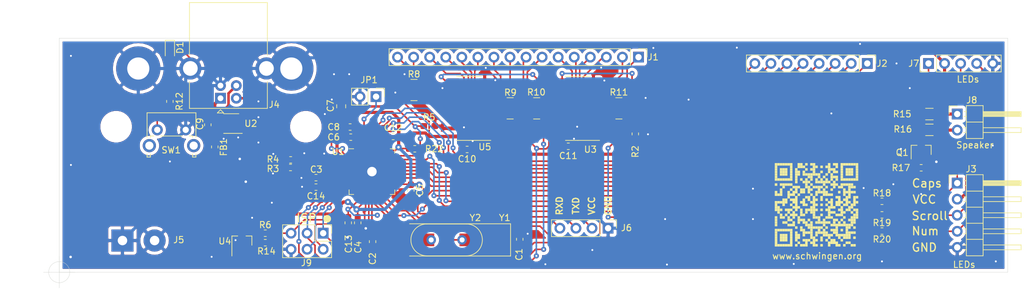
<source format=kicad_pcb>
(kicad_pcb (version 20171130) (host pcbnew 5.1.6+dfsg1-1~bpo10+1)
  (layers (0 F.Cu signal) (31 B.Cu signal) (34 B.Paste user) (35 F.Paste user) (36 B.SilkS user) (37 F.SilkS user) (38 B.Mask user) (39 F.Mask user) (44 Edge.Cuts user))
  (net 0 "")
  (net 1 GND)
  (net 2 +5V)
  (net 3 "Net-(C3-Pad1)")
  (net 4 /ROW0)
  (net 5 /ROW1)
  (net 6 /ROW2)
  (net 7 /ROW3)
  (net 8 /ROW4)
  (net 9 /ROW5)
  (net 10 /ROW6)
  (net 11 /ROW7)
  (net 12 /ROW8)
  (net 13 /ROW9)
  (net 14 /ROW10)
  (net 15 /ROW11)
  (net 16 /ROW12)
  (net 17 /ROW13)
  (net 18 /ROW15)
  (net 19 /COL7)
  (net 20 /COL6)
  (net 21 /COL5)
  (net 22 /COL4)
  (net 23 /COL3)
  (net 24 /COL2)
  (net 25 /COL1)
  (net 26 /COL0)
  (net 27 /RESET-)
  (net 28 /ROW14)
  (net 29 /MOSI)
  (net 30 /SCK)
  (net 31 /MISO)
  (net 32 /RXD)
  (net 33 /TXD)
  (net 34 "Net-(R2-Pad1)")
  (net 35 "Net-(U1-Pad41)")
  (net 36 /LOAD-)
  (net 37 "Net-(U3-Pad10)")
  (net 38 "Net-(U3-Pad7)")
  (net 39 "Net-(U5-Pad7)")
  (net 40 /STATUSLED-)
  (net 41 /AREF)
  (net 42 /BUTTON-)
  (net 43 "Net-(R14-Pad2)")
  (net 44 "Net-(J8-Pad2)")
  (net 45 "Net-(J8-Pad1)")
  (net 46 "Net-(Q1-Pad3)")
  (net 47 /USB_1_DP)
  (net 48 /USB_1_DN)
  (net 49 /SPEAKER)
  (net 50 /USB_2_DP)
  (net 51 /USB_2_DN)
  (net 52 VBUS)
  (net 53 "Net-(J3-Pad4)")
  (net 54 "Net-(J3-Pad3)")
  (net 55 "Net-(J3-Pad1)")
  (net 56 "Net-(JP1-Pad1)")
  (net 57 "Net-(U1-Pad22)")
  (net 58 "Net-(U1-Pad26)")
  (net 59 /X1)
  (net 60 /X2)
  (net 61 "Net-(U1-Pad12)")
  (net 62 /LED1-)
  (net 63 /LED2-)
  (net 64 /LED3-)
  (net 65 "Net-(D1-Pad2)")
  (net 66 "Net-(U1-Pad32)")
  (module Crystal:Crystal_HC49-U_Vertical (layer F.Cu) (at 103.7 91.9 180)
    (fp_text reference Y2 (at -2.1 3.5) (layer F.SilkS))
    (fp_text value 16.0MHz)
    (pad 2 thru_hole circle (at 4.88 0 180) (size 1.5 1.5) (drill 0.8) (layers *.Cu *.Mask) (net 60 /X2))
    (pad 1 thru_hole circle (at 0 0 180) (size 1.5 1.5) (drill 0.8) (layers *.Cu *.Mask) (net 59 /X1))
  )
  (module Resistor_SMD:R_0603_1608Metric_Pad1.05x0.95mm_HandSolder (layer F.Cu) (at 96.225 77.5 180)
    (fp_text reference R22 (at -3.075 0) (layer F.SilkS))
    (fp_text value 10k)
    (pad 2 smd roundrect (at 0.875 0 180) (size 1.05 0.95) (layers F.Cu F.Paste F.Mask) (net 2 +5V))
    (pad 1 smd roundrect (at -0.875 0 180) (size 1.05 0.95) (layers F.Cu F.Paste F.Mask) (net 42 /BUTTON-))
  )
  (module Connector_PinHeader_2.54mm:PinHeader_1x16_P2.54mm_Vertical (layer F.Cu) (at 131.6 63 270)
    (fp_text reference J1 (at 0 -2.33) (layer F.SilkS))
    (fp_text value Conn_01x16 hide)
    (pad 16 thru_hole oval (at 0 38.1 270) (size 1.7 1.7) (drill 1) (layers *.Cu *.Mask) (net 4 /ROW0))
    (pad 15 thru_hole oval (at 0 35.56 270) (size 1.7 1.7) (drill 1) (layers *.Cu *.Mask) (net 5 /ROW1))
    (pad 14 thru_hole oval (at 0 33.02 270) (size 1.7 1.7) (drill 1) (layers *.Cu *.Mask) (net 6 /ROW2))
    (pad 13 thru_hole oval (at 0 30.48 270) (size 1.7 1.7) (drill 1) (layers *.Cu *.Mask) (net 7 /ROW3))
    (pad 12 thru_hole oval (at 0 27.94 270) (size 1.7 1.7) (drill 1) (layers *.Cu *.Mask) (net 8 /ROW4))
    (pad 11 thru_hole oval (at 0 25.4 270) (size 1.7 1.7) (drill 1) (layers *.Cu *.Mask) (net 9 /ROW5))
    (pad 10 thru_hole oval (at 0 22.86 270) (size 1.7 1.7) (drill 1) (layers *.Cu *.Mask) (net 10 /ROW6))
    (pad 9 thru_hole oval (at 0 20.32 270) (size 1.7 1.7) (drill 1) (layers *.Cu *.Mask) (net 11 /ROW7))
    (pad 8 thru_hole oval (at 0 17.78 270) (size 1.7 1.7) (drill 1) (layers *.Cu *.Mask) (net 12 /ROW8))
    (pad 7 thru_hole oval (at 0 15.24 270) (size 1.7 1.7) (drill 1) (layers *.Cu *.Mask) (net 13 /ROW9))
    (pad 6 thru_hole oval (at 0 12.7 270) (size 1.7 1.7) (drill 1) (layers *.Cu *.Mask) (net 14 /ROW10))
    (pad 5 thru_hole oval (at 0 10.16 270) (size 1.7 1.7) (drill 1) (layers *.Cu *.Mask) (net 15 /ROW11))
    (pad 4 thru_hole oval (at 0 7.62 270) (size 1.7 1.7) (drill 1) (layers *.Cu *.Mask) (net 16 /ROW12))
    (pad 3 thru_hole oval (at 0 5.08 270) (size 1.7 1.7) (drill 1) (layers *.Cu *.Mask) (net 17 /ROW13))
    (pad 2 thru_hole oval (at 0 2.54 270) (size 1.7 1.7) (drill 1) (layers *.Cu *.Mask) (net 28 /ROW14))
    (pad 1 thru_hole rect (at 0 0 270) (size 1.7 1.7) (drill 1) (layers *.Cu *.Mask) (net 18 /ROW15))
  )
  (module Capacitor_SMD:C_0603_1608Metric_Pad1.05x0.95mm_HandSolder (layer F.Cu) (at 92.8 75.55 180)
    (fp_text reference C12 (at 0 1.4) (layer F.SilkS))
    (fp_text value 100nF)
    (pad 2 smd roundrect (at 0.875 0 180) (size 1.05 0.95) (layers F.Cu F.Paste F.Mask) (net 1 GND))
    (pad 1 smd roundrect (at -0.875 0 180) (size 1.05 0.95) (layers F.Cu F.Paste F.Mask) (net 2 +5V))
  )
  (module Connector_PinHeader_2.54mm:PinHeader_1x02_P2.54mm_Vertical (layer F.Cu) (at 90.1 69.25 270)
    (fp_text reference JP1 (at -2.65 1.1 180) (layer F.SilkS))
    (fp_text value Jumper)
    (pad 2 thru_hole oval (at 0 2.54 270) (size 1.7 1.7) (drill 1) (layers *.Cu *.Mask) (net 1 GND))
    (pad 1 thru_hole rect (at 0 0 270) (size 1.7 1.7) (drill 1) (layers *.Cu *.Mask) (net 56 "Net-(JP1-Pad1)"))
  )
  (module MS_Mechanical:QR_schwingen_Silk (layer F.Cu) (at 159.95 86.55)
    (fp_text reference QR1 hide)
    (fp_text value www.schwingen.org (at -0.1 7.9) (layer F.SilkS))
  )
  (module Resistor_SMD:R_0603_1608Metric_Pad1.05x0.95mm_HandSolder (layer F.Cu) (at 76.6 79.25)
    (fp_text reference R4 (at -2.8 -0.1) (layer F.SilkS))
    (fp_text value 22)
    (pad 2 smd roundrect (at 0.875 0) (size 1.05 0.95) (layers F.Cu F.Paste F.Mask) (net 51 /USB_2_DN))
    (pad 1 smd roundrect (at -0.875 0) (size 1.05 0.95) (layers F.Cu F.Paste F.Mask) (net 48 /USB_1_DN))
  )
  (module Resistor_SMD:R_0603_1608Metric_Pad1.05x0.95mm_HandSolder (layer F.Cu) (at 76.575 80.45)
    (fp_text reference R3 (at -2.775 0.2) (layer F.SilkS))
    (fp_text value 22)
    (pad 2 smd roundrect (at 0.875 0) (size 1.05 0.95) (layers F.Cu F.Paste F.Mask) (net 50 /USB_2_DP))
    (pad 1 smd roundrect (at -0.875 0) (size 1.05 0.95) (layers F.Cu F.Paste F.Mask) (net 47 /USB_1_DP))
  )
  (module Connector_PinHeader_2.54mm:PinHeader_1x05_P2.54mm_Horizontal (layer F.Cu) (at 182 82.92)
    (fp_text reference J3 (at 2.2 -2.22) (layer F.SilkS))
    (fp_text value Conn_01x05_Male hide)
    (pad 5 thru_hole oval (at 0 10.16) (size 1.7 1.7) (drill 1) (layers *.Cu *.Mask) (net 1 GND))
    (pad 4 thru_hole oval (at 0 7.62) (size 1.7 1.7) (drill 1) (layers *.Cu *.Mask) (net 53 "Net-(J3-Pad4)"))
    (pad 3 thru_hole oval (at 0 5.08) (size 1.7 1.7) (drill 1) (layers *.Cu *.Mask) (net 54 "Net-(J3-Pad3)"))
    (pad 2 thru_hole oval (at 0 2.54) (size 1.7 1.7) (drill 1) (layers *.Cu *.Mask) (net 2 +5V))
    (pad 1 thru_hole rect (at 0 0) (size 1.7 1.7) (drill 1) (layers *.Cu *.Mask) (net 55 "Net-(J3-Pad1)"))
  )
  (module Resistor_SMD:R_0603_1608Metric_Pad1.05x0.95mm_HandSolder (layer F.Cu) (at 170.1 90.5)
    (fp_text reference R20 (at 0 1.3) (layer F.SilkS))
    (fp_text value 0)
    (pad 2 smd roundrect (at 0.875 0) (size 1.05 0.95) (layers F.Cu F.Paste F.Mask) (net 53 "Net-(J3-Pad4)"))
    (pad 1 smd roundrect (at -0.875 0) (size 1.05 0.95) (layers F.Cu F.Paste F.Mask) (net 64 /LED3-))
  )
  (module Resistor_SMD:R_0603_1608Metric_Pad1.05x0.95mm_HandSolder (layer F.Cu) (at 170.1 87.95)
    (fp_text reference R19 (at 0 1.25) (layer F.SilkS))
    (fp_text value 0)
    (pad 2 smd roundrect (at 0.875 0) (size 1.05 0.95) (layers F.Cu F.Paste F.Mask) (net 54 "Net-(J3-Pad3)"))
    (pad 1 smd roundrect (at -0.875 0) (size 1.05 0.95) (layers F.Cu F.Paste F.Mask) (net 63 /LED2-))
  )
  (module Resistor_SMD:R_0603_1608Metric_Pad1.05x0.95mm_HandSolder (layer F.Cu) (at 170.1 85.8)
    (fp_text reference R18 (at 0 -1.3) (layer F.SilkS))
    (fp_text value 0)
    (pad 2 smd roundrect (at 0.875 0) (size 1.05 0.95) (layers F.Cu F.Paste F.Mask) (net 55 "Net-(J3-Pad1)"))
    (pad 1 smd roundrect (at -0.875 0) (size 1.05 0.95) (layers F.Cu F.Paste F.Mask) (net 62 /LED1-))
  )
  (module Package_SO:SOIC-16_3.9x9.9mm_P1.27mm (layer F.Cu) (at 122 71.1 180)
    (fp_text reference U3 (at -2 -6.5) (layer F.SilkS))
    (fp_text value 74HC165)
    (pad 16 smd roundrect (at 2.475 -4.445 180) (size 1.95 0.6) (layers F.Cu F.Paste F.Mask) (net 2 +5V))
    (pad 15 smd roundrect (at 2.475 -3.175 180) (size 1.95 0.6) (layers F.Cu F.Paste F.Mask) (net 1 GND))
    (pad 14 smd roundrect (at 2.475 -1.905 180) (size 1.95 0.6) (layers F.Cu F.Paste F.Mask) (net 15 /ROW11))
    (pad 13 smd roundrect (at 2.475 -0.635 180) (size 1.95 0.6) (layers F.Cu F.Paste F.Mask) (net 14 /ROW10))
    (pad 12 smd roundrect (at 2.475 0.635 180) (size 1.95 0.6) (layers F.Cu F.Paste F.Mask) (net 12 /ROW8))
    (pad 11 smd roundrect (at 2.475 1.905 180) (size 1.95 0.6) (layers F.Cu F.Paste F.Mask) (net 13 /ROW9))
    (pad 10 smd roundrect (at 2.475 3.175 180) (size 1.95 0.6) (layers F.Cu F.Paste F.Mask) (net 37 "Net-(U3-Pad10)"))
    (pad 9 smd roundrect (at 2.475 4.445 180) (size 1.95 0.6) (layers F.Cu F.Paste F.Mask) (net 34 "Net-(R2-Pad1)"))
    (pad 8 smd roundrect (at -2.475 4.445 180) (size 1.95 0.6) (layers F.Cu F.Paste F.Mask) (net 1 GND))
    (pad 7 smd roundrect (at -2.475 3.175 180) (size 1.95 0.6) (layers F.Cu F.Paste F.Mask) (net 38 "Net-(U3-Pad7)"))
    (pad 6 smd roundrect (at -2.475 1.905 180) (size 1.95 0.6) (layers F.Cu F.Paste F.Mask) (net 28 /ROW14))
    (pad 5 smd roundrect (at -2.475 0.635 180) (size 1.95 0.6) (layers F.Cu F.Paste F.Mask) (net 18 /ROW15))
    (pad 4 smd roundrect (at -2.475 -0.635 180) (size 1.95 0.6) (layers F.Cu F.Paste F.Mask) (net 17 /ROW13))
    (pad 3 smd roundrect (at -2.475 -1.905 180) (size 1.95 0.6) (layers F.Cu F.Paste F.Mask) (net 16 /ROW12))
    (pad 2 smd roundrect (at -2.475 -3.175 180) (size 1.95 0.6) (layers F.Cu F.Paste F.Mask) (net 30 /SCK))
    (pad 1 smd roundrect (at -2.475 -4.445 180) (size 1.95 0.6) (layers F.Cu F.Paste F.Mask) (net 36 /LOAD-))
  )
  (module Resistor_SMD:R_0603_1608Metric_Pad1.05x0.95mm_HandSolder (layer F.Cu) (at 176.3 80.5)
    (fp_text reference R17 (at -3.2 0) (layer F.SilkS))
    (fp_text value 10k)
    (pad 2 smd roundrect (at 0.875 0) (size 1.05 0.95) (layers F.Cu F.Paste F.Mask) (net 1 GND))
    (pad 1 smd roundrect (at -0.875 0) (size 1.05 0.95) (layers F.Cu F.Paste F.Mask) (net 49 /SPEAKER))
  )
  (module Resistor_SMD:R_Array_Convex_4x0603 (layer F.Cu) (at 128.5 71.1)
    (fp_text reference R11 (at 0 -2.55) (layer F.SilkS))
    (fp_text value 47k)
    (pad 5 smd rect (at 0.9 1.2) (size 0.8 0.5) (layers F.Cu F.Paste F.Mask) (net 2 +5V))
    (pad 6 smd rect (at 0.9 0.4) (size 0.8 0.4) (layers F.Cu F.Paste F.Mask) (net 2 +5V))
    (pad 8 smd rect (at 0.9 -1.2) (size 0.8 0.5) (layers F.Cu F.Paste F.Mask) (net 2 +5V))
    (pad 7 smd rect (at 0.9 -0.4) (size 0.8 0.4) (layers F.Cu F.Paste F.Mask) (net 2 +5V))
    (pad 4 smd rect (at -0.9 1.2) (size 0.8 0.5) (layers F.Cu F.Paste F.Mask) (net 16 /ROW12))
    (pad 2 smd rect (at -0.9 -0.4) (size 0.8 0.4) (layers F.Cu F.Paste F.Mask) (net 18 /ROW15))
    (pad 3 smd rect (at -0.9 0.4) (size 0.8 0.4) (layers F.Cu F.Paste F.Mask) (net 17 /ROW13))
    (pad 1 smd rect (at -0.9 -1.2) (size 0.8 0.5) (layers F.Cu F.Paste F.Mask) (net 28 /ROW14))
  )
  (module Capacitor_SMD:C_0603_1608Metric_Pad1.05x0.95mm_HandSolder (layer F.Cu) (at 80.6 83.55 180)
    (fp_text reference C14 (at 0 -1.43) (layer F.SilkS))
    (fp_text value 100nF)
    (pad 2 smd roundrect (at 0.875 0 180) (size 1.05 0.95) (layers F.Cu F.Paste F.Mask) (net 1 GND))
    (pad 1 smd roundrect (at -0.875 0 180) (size 1.05 0.95) (layers F.Cu F.Paste F.Mask) (net 2 +5V))
  )
  (module Capacitor_SMD:C_0603_1608Metric_Pad1.05x0.95mm_HandSolder (layer F.Cu) (at 89.55 92.175 90)
    (fp_text reference C2 (at -2.7 0 90) (layer F.SilkS))
    (fp_text value 22pF)
    (pad 2 smd roundrect (at 0.875 0 90) (size 1.05 0.95) (layers F.Cu F.Paste F.Mask) (net 60 /X2))
    (pad 1 smd roundrect (at -0.875 0 90) (size 1.05 0.95) (layers F.Cu F.Paste F.Mask) (net 1 GND))
  )
  (module Connector_USB:USB_B_OST_USB-B1HSxx_Horizontal (layer F.Cu) (at 65.5 69.5 90)
    (fp_text reference J4 (at -1 8.5 180) (layer F.SilkS))
    (fp_text value USB_B)
    (pad 5 thru_hole circle (at 4.71 7.27 90) (size 3.5 3.5) (drill 2.33) (layers *.Cu *.Mask) (net 1 GND))
    (pad 5 thru_hole circle (at 4.71 -4.77 90) (size 3.5 3.5) (drill 2.33) (layers *.Cu *.Mask) (net 1 GND))
    (pad 4 thru_hole circle (at 2 0 90) (size 1.7 1.7) (drill 0.92) (layers *.Cu *.Mask) (net 1 GND))
    (pad 3 thru_hole circle (at 2 2.5 90) (size 1.7 1.7) (drill 0.92) (layers *.Cu *.Mask) (net 47 /USB_1_DP))
    (pad 2 thru_hole circle (at 0 2.5 90) (size 1.7 1.7) (drill 0.92) (layers *.Cu *.Mask) (net 48 /USB_1_DN))
    (pad 1 thru_hole rect (at 0 0 90) (size 1.7 1.7) (drill 0.92) (layers *.Cu *.Mask) (net 52 VBUS))
  )
  (module Connector_PinHeader_2.54mm:PinHeader_1x02_P2.54mm_Horizontal (layer F.Cu) (at 182 72)
    (fp_text reference J8 (at 2.3 -2.2) (layer F.SilkS))
    (fp_text value Conn_01x02 hide)
    (pad 2 thru_hole oval (at 0 2.54) (size 1.7 1.7) (drill 1) (layers *.Cu *.Mask) (net 44 "Net-(J8-Pad2)"))
    (pad 1 thru_hole rect (at 0 0) (size 1.7 1.7) (drill 1) (layers *.Cu *.Mask) (net 45 "Net-(J8-Pad1)"))
  )
  (module Connector_PinHeader_2.54mm:PinHeader_1x05_P2.54mm_Vertical (layer F.Cu) (at 177.46 64 90)
    (fp_text reference J7 (at 0 -2.33 180) (layer F.SilkS))
    (fp_text value Conn_01x05_Male hide)
    (pad 5 thru_hole oval (at 0 10.16 90) (size 1.7 1.7) (drill 1) (layers *.Cu *.Mask) (net 1 GND))
    (pad 4 thru_hole oval (at 0 7.62 90) (size 1.7 1.7) (drill 1) (layers *.Cu *.Mask) (net 53 "Net-(J3-Pad4)"))
    (pad 3 thru_hole oval (at 0 5.08 90) (size 1.7 1.7) (drill 1) (layers *.Cu *.Mask) (net 54 "Net-(J3-Pad3)"))
    (pad 2 thru_hole oval (at 0 2.54 90) (size 1.7 1.7) (drill 1) (layers *.Cu *.Mask) (net 2 +5V))
    (pad 1 thru_hole rect (at 0 0 90) (size 1.7 1.7) (drill 1) (layers *.Cu *.Mask) (net 55 "Net-(J3-Pad1)"))
  )
  (module Resistor_SMD:R_1206_3216Metric_Pad1.42x1.75mm_HandSolder (layer F.Cu) (at 177.6 74.5)
    (fp_text reference R16 (at -4.2 -0.1) (layer F.SilkS))
    (fp_text value 22)
    (pad 2 smd roundrect (at 1.4875 0) (size 1.425 1.75) (layers F.Cu F.Paste F.Mask) (roundrect_rratio 0.175439) (net 44 "Net-(J8-Pad2)"))
    (pad 1 smd roundrect (at -1.4875 0) (size 1.425 1.75) (layers F.Cu F.Paste F.Mask) (roundrect_rratio 0.175439) (net 46 "Net-(Q1-Pad3)"))
  )
  (module Resistor_SMD:R_1206_3216Metric_Pad1.42x1.75mm_HandSolder (layer F.Cu) (at 177.6 72)
    (fp_text reference R15 (at -4.3 0) (layer F.SilkS))
    (fp_text value 22)
    (pad 2 smd roundrect (at 1.4875 0) (size 1.425 1.75) (layers F.Cu F.Paste F.Mask) (roundrect_rratio 0.175439) (net 45 "Net-(J8-Pad1)"))
    (pad 1 smd roundrect (at -1.4875 0) (size 1.425 1.75) (layers F.Cu F.Paste F.Mask) (roundrect_rratio 0.175439) (net 2 +5V))
  )
  (module Package_TO_SOT_SMD:SOT-23 (layer F.Cu) (at 176.3 77.7 90)
    (fp_text reference Q1 (at -0.4 -3 180) (layer F.SilkS))
    (fp_text value 2N7002)
    (pad 3 smd rect (at 1 0 90) (size 0.9 0.8) (layers F.Cu F.Paste F.Mask) (net 46 "Net-(Q1-Pad3)"))
    (pad 2 smd rect (at -1 0.95 90) (size 0.9 0.8) (layers F.Cu F.Paste F.Mask) (net 1 GND))
    (pad 1 smd rect (at -1 -0.95 90) (size 0.9 0.8) (layers F.Cu F.Paste F.Mask) (net 49 /SPEAKER))
  )
  (module Capacitor_SMD:C_0603_1608Metric_Pad1.05x0.95mm_HandSolder (layer F.Cu) (at 85.7 89.2 90)
    (fp_text reference C13 (at -3.35 0.05 90) (layer F.SilkS))
    (fp_text value 100nF)
    (pad 2 smd roundrect (at 0.875 0 90) (size 1.05 0.95) (layers F.Cu F.Paste F.Mask) (net 27 /RESET-))
    (pad 1 smd roundrect (at -0.875 0 90) (size 1.05 0.95) (layers F.Cu F.Paste F.Mask) (net 1 GND))
  )
  (module Package_TO_SOT_SMD:SOT-23_Handsoldering (layer F.Cu) (at 68.88 92.04 90)
    (fp_text reference U4 (at -0.06 -2.69 180) (layer F.SilkS))
    (fp_text value MAX809T)
    (pad 3 smd rect (at 1.5 0 90) (size 1.9 0.8) (layers F.Cu F.Paste F.Mask) (net 2 +5V))
    (pad 2 smd rect (at -1.5 0.95 90) (size 1.9 0.8) (layers F.Cu F.Paste F.Mask) (net 43 "Net-(R14-Pad2)"))
    (pad 1 smd rect (at -1.5 -0.95 90) (size 1.9 0.8) (layers F.Cu F.Paste F.Mask) (net 1 GND))
  )
  (module Resistor_SMD:R_0603_1608Metric_Pad1.05x0.95mm_HandSolder (layer F.Cu) (at 72.58 92.34 180)
    (fp_text reference R14 (at -0.19 -1.35) (layer F.SilkS))
    (fp_text value 10k)
    (pad 2 smd roundrect (at 0.875 0 180) (size 1.05 0.95) (layers F.Cu F.Paste F.Mask) (net 43 "Net-(R14-Pad2)"))
    (pad 1 smd roundrect (at -0.875 0 180) (size 1.05 0.95) (layers F.Cu F.Paste F.Mask) (net 27 /RESET-))
  )
  (module MountingHole:MountingHole_4mm (layer F.Cu) (at 49 74)
    (fp_text reference H4 hide)
    (fp_text value MountingHole hide)
    (pad 1 np_thru_hole circle (at 0 0) (size 4 4) (drill 4) (layers *.Cu *.Mask))
  )
  (module MountingHole:MountingHole_4mm (layer F.Cu) (at 79 74)
    (fp_text reference H3 hide)
    (fp_text value MountingHole hide)
    (pad 1 np_thru_hole circle (at 0 0) (size 4 4) (drill 4) (layers *.Cu *.Mask))
  )
  (module Resistor_SMD:R_0603_1608Metric_Pad1.05x0.95mm_HandSolder (layer F.Cu) (at 57.5 70 270)
    (fp_text reference R12 (at 0 -1.5 90) (layer F.SilkS))
    (fp_text value 1k)
    (pad 2 smd roundrect (at 0.875 0 270) (size 1.05 0.95) (layers F.Cu F.Paste F.Mask) (net 40 /STATUSLED-))
    (pad 1 smd roundrect (at -0.875 0 270) (size 1.05 0.95) (layers F.Cu F.Paste F.Mask) (net 65 "Net-(D1-Pad2)"))
  )
  (module LED_SMD:LED_0603_1608Metric_Pad1.05x0.95mm_HandSolder (layer F.Cu) (at 57.5 62 270)
    (fp_text reference D1 (at -0.5 -1.6 90) (layer F.SilkS))
    (fp_text value LED)
    (pad 2 smd roundrect (at 0.875 0 270) (size 1.05 0.95) (layers F.Cu F.Paste F.Mask) (net 65 "Net-(D1-Pad2)"))
    (pad 1 smd roundrect (at -0.875 0 270) (size 1.05 0.95) (layers F.Cu F.Paste F.Mask) (net 1 GND))
  )
  (module Capacitor_SMD:C_0603_1608Metric_Pad1.05x0.95mm_HandSolder (layer F.Cu) (at 120.5 77.1)
    (fp_text reference C11 (at 0 1.5) (layer F.SilkS))
    (fp_text value 100nF)
    (pad 2 smd roundrect (at 0.875 0) (size 1.05 0.95) (layers F.Cu F.Paste F.Mask) (net 1 GND))
    (pad 1 smd roundrect (at -0.875 0) (size 1.05 0.95) (layers F.Cu F.Paste F.Mask) (net 2 +5V))
  )
  (module Capacitor_SMD:C_0603_1608Metric_Pad1.05x0.95mm_HandSolder (layer F.Cu) (at 104.5 77.6)
    (fp_text reference C10 (at 0 1.5) (layer F.SilkS))
    (fp_text value 100nF)
    (pad 2 smd roundrect (at 0.875 0) (size 1.05 0.95) (layers F.Cu F.Paste F.Mask) (net 1 GND))
    (pad 1 smd roundrect (at -0.875 0) (size 1.05 0.95) (layers F.Cu F.Paste F.Mask) (net 2 +5V))
  )
  (module Package_SO:SOIC-16_3.9x9.9mm_P1.27mm (layer F.Cu) (at 104.8 71.1 180)
    (fp_text reference U5 (at -2.5 -6.1) (layer F.SilkS))
    (fp_text value 74HC165)
    (pad 16 smd roundrect (at 2.475 -4.445 180) (size 1.95 0.6) (layers F.Cu F.Paste F.Mask) (net 2 +5V))
    (pad 15 smd roundrect (at 2.475 -3.175 180) (size 1.95 0.6) (layers F.Cu F.Paste F.Mask) (net 1 GND))
    (pad 14 smd roundrect (at 2.475 -1.905 180) (size 1.95 0.6) (layers F.Cu F.Paste F.Mask) (net 7 /ROW3))
    (pad 13 smd roundrect (at 2.475 -0.635 180) (size 1.95 0.6) (layers F.Cu F.Paste F.Mask) (net 6 /ROW2))
    (pad 12 smd roundrect (at 2.475 0.635 180) (size 1.95 0.6) (layers F.Cu F.Paste F.Mask) (net 4 /ROW0))
    (pad 11 smd roundrect (at 2.475 1.905 180) (size 1.95 0.6) (layers F.Cu F.Paste F.Mask) (net 5 /ROW1))
    (pad 10 smd roundrect (at 2.475 3.175 180) (size 1.95 0.6) (layers F.Cu F.Paste F.Mask) (net 1 GND))
    (pad 9 smd roundrect (at 2.475 4.445 180) (size 1.95 0.6) (layers F.Cu F.Paste F.Mask) (net 37 "Net-(U3-Pad10)"))
    (pad 8 smd roundrect (at -2.475 4.445 180) (size 1.95 0.6) (layers F.Cu F.Paste F.Mask) (net 1 GND))
    (pad 7 smd roundrect (at -2.475 3.175 180) (size 1.95 0.6) (layers F.Cu F.Paste F.Mask) (net 39 "Net-(U5-Pad7)"))
    (pad 6 smd roundrect (at -2.475 1.905 180) (size 1.95 0.6) (layers F.Cu F.Paste F.Mask) (net 10 /ROW6))
    (pad 5 smd roundrect (at -2.475 0.635 180) (size 1.95 0.6) (layers F.Cu F.Paste F.Mask) (net 11 /ROW7))
    (pad 4 smd roundrect (at -2.475 -0.635 180) (size 1.95 0.6) (layers F.Cu F.Paste F.Mask) (net 9 /ROW5))
    (pad 3 smd roundrect (at -2.475 -1.905 180) (size 1.95 0.6) (layers F.Cu F.Paste F.Mask) (net 8 /ROW4))
    (pad 2 smd roundrect (at -2.475 -3.175 180) (size 1.95 0.6) (layers F.Cu F.Paste F.Mask) (net 30 /SCK))
    (pad 1 smd roundrect (at -2.475 -4.445 180) (size 1.95 0.6) (layers F.Cu F.Paste F.Mask) (net 36 /LOAD-))
  )
  (module Resistor_SMD:R_Array_Convex_4x0603 (layer F.Cu) (at 115.5 71.1 180)
    (fp_text reference R10 (at 0.05 2.55) (layer F.SilkS))
    (fp_text value 47k)
    (pad 5 smd rect (at 0.9 1.2 180) (size 0.8 0.5) (layers F.Cu F.Paste F.Mask) (net 2 +5V))
    (pad 6 smd rect (at 0.9 0.4 180) (size 0.8 0.4) (layers F.Cu F.Paste F.Mask) (net 2 +5V))
    (pad 8 smd rect (at 0.9 -1.2 180) (size 0.8 0.5) (layers F.Cu F.Paste F.Mask) (net 2 +5V))
    (pad 7 smd rect (at 0.9 -0.4 180) (size 0.8 0.4) (layers F.Cu F.Paste F.Mask) (net 2 +5V))
    (pad 4 smd rect (at -0.9 1.2 180) (size 0.8 0.5) (layers F.Cu F.Paste F.Mask) (net 13 /ROW9))
    (pad 2 smd rect (at -0.9 -0.4 180) (size 0.8 0.4) (layers F.Cu F.Paste F.Mask) (net 14 /ROW10))
    (pad 3 smd rect (at -0.9 0.4 180) (size 0.8 0.4) (layers F.Cu F.Paste F.Mask) (net 12 /ROW8))
    (pad 1 smd rect (at -0.9 -1.2 180) (size 0.8 0.5) (layers F.Cu F.Paste F.Mask) (net 15 /ROW11))
  )
  (module Resistor_SMD:R_Array_Convex_4x0603 (layer F.Cu) (at 111.3 71.1)
    (fp_text reference R9 (at 0.05 -2.5) (layer F.SilkS))
    (fp_text value 47k)
    (pad 5 smd rect (at 0.9 1.2) (size 0.8 0.5) (layers F.Cu F.Paste F.Mask) (net 2 +5V))
    (pad 6 smd rect (at 0.9 0.4) (size 0.8 0.4) (layers F.Cu F.Paste F.Mask) (net 2 +5V))
    (pad 8 smd rect (at 0.9 -1.2) (size 0.8 0.5) (layers F.Cu F.Paste F.Mask) (net 2 +5V))
    (pad 7 smd rect (at 0.9 -0.4) (size 0.8 0.4) (layers F.Cu F.Paste F.Mask) (net 2 +5V))
    (pad 4 smd rect (at -0.9 1.2) (size 0.8 0.5) (layers F.Cu F.Paste F.Mask) (net 8 /ROW4))
    (pad 2 smd rect (at -0.9 -0.4) (size 0.8 0.4) (layers F.Cu F.Paste F.Mask) (net 11 /ROW7))
    (pad 3 smd rect (at -0.9 0.4) (size 0.8 0.4) (layers F.Cu F.Paste F.Mask) (net 9 /ROW5))
    (pad 1 smd rect (at -0.9 -1.2) (size 0.8 0.5) (layers F.Cu F.Paste F.Mask) (net 10 /ROW6))
  )
  (module Resistor_SMD:R_Array_Convex_4x0603 (layer F.Cu) (at 96.1 68.2 180)
    (fp_text reference R8 (at 0 2.5) (layer F.SilkS))
    (fp_text value 47k)
    (pad 5 smd rect (at 0.9 1.2 180) (size 0.8 0.5) (layers F.Cu F.Paste F.Mask) (net 2 +5V))
    (pad 6 smd rect (at 0.9 0.4 180) (size 0.8 0.4) (layers F.Cu F.Paste F.Mask) (net 2 +5V))
    (pad 8 smd rect (at 0.9 -1.2 180) (size 0.8 0.5) (layers F.Cu F.Paste F.Mask) (net 2 +5V))
    (pad 7 smd rect (at 0.9 -0.4 180) (size 0.8 0.4) (layers F.Cu F.Paste F.Mask) (net 2 +5V))
    (pad 4 smd rect (at -0.9 1.2 180) (size 0.8 0.5) (layers F.Cu F.Paste F.Mask) (net 5 /ROW1))
    (pad 2 smd rect (at -0.9 -0.4 180) (size 0.8 0.4) (layers F.Cu F.Paste F.Mask) (net 6 /ROW2))
    (pad 3 smd rect (at -0.9 0.4 180) (size 0.8 0.4) (layers F.Cu F.Paste F.Mask) (net 4 /ROW0))
    (pad 1 smd rect (at -0.9 -1.2 180) (size 0.8 0.5) (layers F.Cu F.Paste F.Mask) (net 7 /ROW3))
  )
  (module Resistor_SMD:R_0603_1608Metric_Pad1.05x0.95mm_HandSolder (layer F.Cu) (at 131.1 75.14 270)
    (fp_text reference R2 (at 2.8 0 90) (layer F.SilkS))
    (fp_text value 1k)
    (pad 2 smd roundrect (at 0.875 0 270) (size 1.05 0.95) (layers F.Cu F.Paste F.Mask) (net 31 /MISO))
    (pad 1 smd roundrect (at -0.875 0 270) (size 1.05 0.95) (layers F.Cu F.Paste F.Mask) (net 34 "Net-(R2-Pad1)"))
  )
  (module Connector_PinHeader_2.54mm:PinHeader_1x04_P2.54mm_Vertical (layer F.Cu) (at 126.79 90.05 270)
    (fp_text reference J6 (at -0.05 -2.91 180) (layer F.SilkS))
    (fp_text value Conn_01x04 hide)
    (pad 4 thru_hole oval (at 0 7.62 270) (size 1.7 1.7) (drill 1) (layers *.Cu *.Mask) (net 32 /RXD))
    (pad 3 thru_hole oval (at 0 5.08 270) (size 1.7 1.7) (drill 1) (layers *.Cu *.Mask) (net 33 /TXD))
    (pad 2 thru_hole oval (at 0 2.54 270) (size 1.7 1.7) (drill 1) (layers *.Cu *.Mask) (net 2 +5V))
    (pad 1 thru_hole rect (at 0 0 270) (size 1.7 1.7) (drill 1) (layers *.Cu *.Mask) (net 1 GND))
  )
  (module Inductor_SMD:L_0603_1608Metric_Pad1.05x0.95mm_HandSolder (layer F.Cu) (at 64.6 77.2 270)
    (fp_text reference FB1 (at 0.05 -1.4 90) (layer F.SilkS))
    (fp_text value BLM18PG121)
    (pad 2 smd roundrect (at 0.875 0 270) (size 1.05 0.95) (layers F.Cu F.Paste F.Mask) (net 2 +5V))
    (pad 1 smd roundrect (at -0.875 0 270) (size 1.05 0.95) (layers F.Cu F.Paste F.Mask) (net 52 VBUS))
  )
  (module Connector_PinHeader_2.54mm:PinHeader_2x03_P2.54mm_Vertical (layer F.Cu) (at 81.74 90.84 270)
    (fp_text reference J9 (at 4.69 2.65 180) (layer F.SilkS))
    (fp_text value AVR-ISP-6 hide)
    (pad 6 thru_hole oval (at 2.54 5.08 270) (size 1.7 1.7) (drill 1) (layers *.Cu *.Mask) (net 1 GND))
    (pad 5 thru_hole oval (at 0 5.08 270) (size 1.7 1.7) (drill 1) (layers *.Cu *.Mask) (net 27 /RESET-))
    (pad 4 thru_hole oval (at 2.54 2.54 270) (size 1.7 1.7) (drill 1) (layers *.Cu *.Mask) (net 29 /MOSI))
    (pad 3 thru_hole oval (at 0 2.54 270) (size 1.7 1.7) (drill 1) (layers *.Cu *.Mask) (net 30 /SCK))
    (pad 2 thru_hole oval (at 2.54 0 270) (size 1.7 1.7) (drill 1) (layers *.Cu *.Mask) (net 2 +5V))
    (pad 1 thru_hole rect (at 0 0 270) (size 1.7 1.7) (drill 1) (layers *.Cu *.Mask) (net 31 /MISO))
  )
  (module Capacitor_SMD:C_0603_1608Metric_Pad1.05x0.95mm_HandSolder (layer F.Cu) (at 63.5 73.7 90)
    (fp_text reference C9 (at 0.15 -1.25 90) (layer F.SilkS))
    (fp_text value 10nF)
    (pad 2 smd roundrect (at 0.875 0 90) (size 1.05 0.95) (layers F.Cu F.Paste F.Mask) (net 1 GND))
    (pad 1 smd roundrect (at -0.875 0 90) (size 1.05 0.95) (layers F.Cu F.Paste F.Mask) (net 52 VBUS))
  )
  (module Capacitor_SMD:C_0603_1608Metric_Pad1.05x0.95mm_HandSolder (layer F.Cu) (at 86 74.05 180)
    (fp_text reference C8 (at 2.6 0) (layer F.SilkS))
    (fp_text value 100nF)
    (pad 2 smd roundrect (at 0.875 0 180) (size 1.05 0.95) (layers F.Cu F.Paste F.Mask) (net 1 GND))
    (pad 1 smd roundrect (at -0.875 0 180) (size 1.05 0.95) (layers F.Cu F.Paste F.Mask) (net 41 /AREF))
  )
  (module Package_DFN_QFN:QFN-44-1EP_7x7mm_P0.5mm_EP5.2x5.2mm (layer F.Cu) (at 89.45 81.1)
    (fp_text reference U1 (at -5.35 -3.15) (layer F.SilkS))
    (fp_text value ATmega32U4-MU)
    (pad 44 smd roundrect (at -2.5 -3.3375) (size 0.25 1.075) (layers F.Cu F.Paste F.Mask) (net 2 +5V))
    (pad 43 smd roundrect (at -2 -3.3375) (size 0.25 1.075) (layers F.Cu F.Paste F.Mask) (net 1 GND))
    (pad 42 smd roundrect (at -1.5 -3.3375) (size 0.25 1.075) (layers F.Cu F.Paste F.Mask) (net 41 /AREF))
    (pad 41 smd roundrect (at -1 -3.3375) (size 0.25 1.075) (layers F.Cu F.Paste F.Mask) (net 35 "Net-(U1-Pad41)"))
    (pad 40 smd roundrect (at -0.5 -3.3375) (size 0.25 1.075) (layers F.Cu F.Paste F.Mask) (net 56 "Net-(JP1-Pad1)"))
    (pad 39 smd roundrect (at 0 -3.3375) (size 0.25 1.075) (layers F.Cu F.Paste F.Mask) (net 19 /COL7))
    (pad 38 smd roundrect (at 0.5 -3.3375) (size 0.25 1.075) (layers F.Cu F.Paste F.Mask) (net 20 /COL6))
    (pad 37 smd roundrect (at 1 -3.3375) (size 0.25 1.075) (layers F.Cu F.Paste F.Mask) (net 21 /COL5))
    (pad 36 smd roundrect (at 1.5 -3.3375) (size 0.25 1.075) (layers F.Cu F.Paste F.Mask) (net 22 /COL4))
    (pad 35 smd roundrect (at 2 -3.3375) (size 0.25 1.075) (layers F.Cu F.Paste F.Mask) (net 1 GND))
    (pad 34 smd roundrect (at 2.5 -3.3375) (size 0.25 1.075) (layers F.Cu F.Paste F.Mask) (net 2 +5V))
    (pad 33 smd roundrect (at 3.3375 -2.5) (size 1.075 0.25) (layers F.Cu F.Paste F.Mask) (net 42 /BUTTON-))
    (pad 32 smd roundrect (at 3.3375 -2) (size 1.075 0.25) (layers F.Cu F.Paste F.Mask) (net 66 "Net-(U1-Pad32)"))
    (pad 31 smd roundrect (at 3.3375 -1.5) (size 1.075 0.25) (layers F.Cu F.Paste F.Mask) (net 49 /SPEAKER))
    (pad 30 smd roundrect (at 3.3375 -1) (size 1.075 0.25) (layers F.Cu F.Paste F.Mask) (net 63 /LED2-))
    (pad 29 smd roundrect (at 3.3375 -0.5) (size 1.075 0.25) (layers F.Cu F.Paste F.Mask) (net 62 /LED1-))
    (pad 28 smd roundrect (at 3.3375 0) (size 1.075 0.25) (layers F.Cu F.Paste F.Mask) (net 23 /COL3))
    (pad 27 smd roundrect (at 3.3375 0.5) (size 1.075 0.25) (layers F.Cu F.Paste F.Mask) (net 24 /COL2))
    (pad 26 smd roundrect (at 3.3375 1) (size 1.075 0.25) (layers F.Cu F.Paste F.Mask) (net 58 "Net-(U1-Pad26)"))
    (pad 25 smd roundrect (at 3.3375 1.5) (size 1.075 0.25) (layers F.Cu F.Paste F.Mask) (net 25 /COL1))
    (pad 24 smd roundrect (at 3.3375 2) (size 1.075 0.25) (layers F.Cu F.Paste F.Mask) (net 2 +5V))
    (pad 23 smd roundrect (at 3.3375 2.5) (size 1.075 0.25) (layers F.Cu F.Paste F.Mask) (net 1 GND))
    (pad 22 smd roundrect (at 2.5 3.3375) (size 0.25 1.075) (layers F.Cu F.Paste F.Mask) (net 57 "Net-(U1-Pad22)"))
    (pad 21 smd roundrect (at 2 3.3375) (size 0.25 1.075) (layers F.Cu F.Paste F.Mask) (net 33 /TXD))
    (pad 20 smd roundrect (at 1.5 3.3375) (size 0.25 1.075) (layers F.Cu F.Paste F.Mask) (net 32 /RXD))
    (pad 19 smd roundrect (at 1 3.3375) (size 0.25 1.075) (layers F.Cu F.Paste F.Mask) (net 26 /COL0))
    (pad 18 smd roundrect (at 0.5 3.3375) (size 0.25 1.075) (layers F.Cu F.Paste F.Mask) (net 64 /LED3-))
    (pad 17 smd roundrect (at 0 3.3375) (size 0.25 1.075) (layers F.Cu F.Paste F.Mask) (net 59 /X1))
    (pad 16 smd roundrect (at -0.5 3.3375) (size 0.25 1.075) (layers F.Cu F.Paste F.Mask) (net 60 /X2))
    (pad 15 smd roundrect (at -1 3.3375) (size 0.25 1.075) (layers F.Cu F.Paste F.Mask) (net 1 GND))
    (pad 14 smd roundrect (at -1.5 3.3375) (size 0.25 1.075) (layers F.Cu F.Paste F.Mask) (net 2 +5V))
    (pad 13 smd roundrect (at -2 3.3375) (size 0.25 1.075) (layers F.Cu F.Paste F.Mask) (net 27 /RESET-))
    (pad 12 smd roundrect (at -2.5 3.3375) (size 0.25 1.075) (layers F.Cu F.Paste F.Mask) (net 61 "Net-(U1-Pad12)"))
    (pad 11 smd roundrect (at -3.3375 2.5) (size 1.075 0.25) (layers F.Cu F.Paste F.Mask) (net 31 /MISO))
    (pad 10 smd roundrect (at -3.3375 2) (size 1.075 0.25) (layers F.Cu F.Paste F.Mask) (net 29 /MOSI))
    (pad 9 smd roundrect (at -3.3375 1.5) (size 1.075 0.25) (layers F.Cu F.Paste F.Mask) (net 30 /SCK))
    (pad 8 smd roundrect (at -3.3375 1) (size 1.075 0.25) (layers F.Cu F.Paste F.Mask) (net 36 /LOAD-))
    (pad 7 smd roundrect (at -3.3375 0.5) (size 1.075 0.25) (layers F.Cu F.Paste F.Mask) (net 2 +5V))
    (pad 6 smd roundrect (at -3.3375 0) (size 1.075 0.25) (layers F.Cu F.Paste F.Mask) (net 3 "Net-(C3-Pad1)"))
    (pad 5 smd roundrect (at -3.3375 -0.5) (size 1.075 0.25) (layers F.Cu F.Paste F.Mask) (net 1 GND))
    (pad 4 smd roundrect (at -3.3375 -1) (size 1.075 0.25) (layers F.Cu F.Paste F.Mask) (net 50 /USB_2_DP))
    (pad 3 smd roundrect (at -3.3375 -1.5) (size 1.075 0.25) (layers F.Cu F.Paste F.Mask) (net 51 /USB_2_DN))
    (pad 2 smd roundrect (at -3.3375 -2) (size 1.075 0.25) (layers F.Cu F.Paste F.Mask) (net 2 +5V))
    (pad 1 smd roundrect (at -3.3375 -2.5) (size 1.075 0.25) (layers F.Cu F.Paste F.Mask) (net 40 /STATUSLED-))
    (pad 45 smd roundrect (at 0 0) (size 5.2 5.2) (layers F.Cu F.Mask) (roundrect_rratio 0.048077) (net 1 GND))
  )
  (module Crystal:Crystal_SMD_HC49-SD_HandSoldering (layer F.Cu) (at 101.3 91.9 180)
    (fp_text reference Y1 (at -9.15 3.5) (layer F.SilkS))
    (fp_text value 16.0MHz)
    (pad 2 smd rect (at 5.9375 0 180) (size 7.875 2) (layers F.Cu F.Paste F.Mask) (net 60 /X2))
    (pad 1 smd rect (at -5.9375 0 180) (size 7.875 2) (layers F.Cu F.Paste F.Mask) (net 59 /X1))
  )
  (module Resistor_SMD:R_0603_1608Metric_Pad1.05x0.95mm_HandSolder (layer F.Cu) (at 72.58 90.84)
    (fp_text reference R6 (at 0 -1.31) (layer F.SilkS))
    (fp_text value 10k)
    (pad 2 smd roundrect (at 0.875 0) (size 1.05 0.95) (layers F.Cu F.Paste F.Mask) (net 27 /RESET-))
    (pad 1 smd roundrect (at -0.875 0) (size 1.05 0.95) (layers F.Cu F.Paste F.Mask) (net 2 +5V))
  )
  (module Resistor_SMD:R_0603_1608Metric_Pad1.05x0.95mm_HandSolder (layer F.Cu) (at 98.525 73.9 180)
    (fp_text reference R5 (at 0.025 1.4) (layer F.SilkS))
    (fp_text value 10k)
    (pad 2 smd roundrect (at 0.875 0 180) (size 1.05 0.95) (layers F.Cu F.Paste F.Mask) (net 42 /BUTTON-))
    (pad 1 smd roundrect (at -0.875 0 180) (size 1.05 0.95) (layers F.Cu F.Paste F.Mask) (net 1 GND))
  )
  (module Capacitor_SMD:C_0805_2012Metric_Pad1.15x1.40mm_HandSolder (layer F.Cu) (at 84.59 70.77 90)
    (fp_text reference C7 (at 0.07 -1.69 90) (layer F.SilkS))
    (fp_text value 10uF)
    (pad 2 smd roundrect (at 1.025 0 90) (size 1.15 1.4) (layers F.Cu F.Paste F.Mask) (roundrect_rratio 0.217391) (net 1 GND))
    (pad 1 smd roundrect (at -1.025 0 90) (size 1.15 1.4) (layers F.Cu F.Paste F.Mask) (roundrect_rratio 0.217391) (net 2 +5V))
  )
  (module Capacitor_SMD:C_0603_1608Metric_Pad1.05x0.95mm_HandSolder (layer F.Cu) (at 86.1 75.65)
    (fp_text reference C6 (at -2.7 0) (layer F.SilkS))
    (fp_text value 100nF)
    (pad 2 smd roundrect (at 0.875 0) (size 1.05 0.95) (layers F.Cu F.Paste F.Mask) (net 1 GND))
    (pad 1 smd roundrect (at -0.875 0) (size 1.05 0.95) (layers F.Cu F.Paste F.Mask) (net 2 +5V))
  )
  (module Capacitor_SMD:C_0603_1608Metric_Pad1.05x0.95mm_HandSolder (layer F.Cu) (at 95.6 84.05 270)
    (fp_text reference C5 (at 0 -1.43 90) (layer F.SilkS))
    (fp_text value 100nF)
    (pad 2 smd roundrect (at 0.875 0 270) (size 1.05 0.95) (layers F.Cu F.Paste F.Mask) (net 1 GND))
    (pad 1 smd roundrect (at -0.875 0 270) (size 1.05 0.95) (layers F.Cu F.Paste F.Mask) (net 2 +5V))
  )
  (module Capacitor_SMD:C_0603_1608Metric_Pad1.05x0.95mm_HandSolder (layer F.Cu) (at 87.2 89.2 270)
    (fp_text reference C4 (at 3.85 -0.05 90) (layer F.SilkS))
    (fp_text value 100nF)
    (pad 2 smd roundrect (at 0.875 0 270) (size 1.05 0.95) (layers F.Cu F.Paste F.Mask) (net 1 GND))
    (pad 1 smd roundrect (at -0.875 0 270) (size 1.05 0.95) (layers F.Cu F.Paste F.Mask) (net 2 +5V))
  )
  (module Capacitor_SMD:C_0603_1608Metric_Pad1.05x0.95mm_HandSolder (layer F.Cu) (at 80.6 82.05 180)
    (fp_text reference C3 (at -0.05 1.3) (layer F.SilkS))
    (fp_text value 1uF)
    (pad 2 smd roundrect (at 0.875 0 180) (size 1.05 0.95) (layers F.Cu F.Paste F.Mask) (net 1 GND))
    (pad 1 smd roundrect (at -0.875 0 180) (size 1.05 0.95) (layers F.Cu F.Paste F.Mask) (net 3 "Net-(C3-Pad1)"))
  )
  (module Capacitor_SMD:C_0603_1608Metric_Pad1.05x0.95mm_HandSolder (layer F.Cu) (at 112.825 91.8 90)
    (fp_text reference C1 (at -2.4 -0.1 90) (layer F.SilkS))
    (fp_text value 22pF)
    (pad 2 smd roundrect (at 0.875 0 90) (size 1.05 0.95) (layers F.Cu F.Paste F.Mask) (net 1 GND))
    (pad 1 smd roundrect (at -0.875 0 90) (size 1.05 0.95) (layers F.Cu F.Paste F.Mask) (net 59 /X1))
  )
  (module Button_Switch_THT:SW_Tactile_SPST_Angled_PTS645Vx83-2LFS (layer F.Cu) (at 55.5 74.5)
    (fp_text reference SW1 (at 2.2 3.2) (layer F.SilkS))
    (fp_text value SW_Push hide)
    (pad "" thru_hole circle (at -1.25 2.49) (size 2.1 2.1) (drill 1.3) (layers *.Cu *.Mask))
    (pad 1 thru_hole circle (at 0 0) (size 1.75 1.75) (drill 0.99) (layers *.Cu *.Mask) (net 42 /BUTTON-))
    (pad 2 thru_hole circle (at 4.5 0) (size 1.75 1.75) (drill 0.99) (layers *.Cu *.Mask) (net 1 GND))
    (pad "" thru_hole circle (at 5.76 2.49) (size 2.1 2.1) (drill 1.3) (layers *.Cu *.Mask))
  )
  (module Connector_Wire:SolderWirePad_1x02_P5.08mm_Drill1.5mm (layer F.Cu) (at 50 92)
    (fp_text reference J5 (at 8.9 -0.1) (layer F.SilkS))
    (fp_text value Conn_01x02_Male hide)
    (pad 2 thru_hole circle (at 5.08 0) (size 3.50012 3.50012) (drill 1.50114) (layers *.Cu *.Mask) (net 1 GND))
    (pad 1 thru_hole rect (at 0 0) (size 3.50012 3.50012) (drill 1.50114) (layers *.Cu *.Mask) (net 1 GND))
  )
  (module MountingHole:MountingHole_3.5mm_Pad (layer F.Cu) (at 76.7 64.8)
    (fp_text reference H2 hide)
    (fp_text value MountingHole_Pad hide)
    (pad 1 thru_hole circle (at 0 0) (size 7 7) (drill 3.5) (layers *.Cu *.Mask) (net 1 GND))
  )
  (module MountingHole:MountingHole_3.5mm_Pad (layer F.Cu) (at 52.5 64.8)
    (fp_text reference H1 hide)
    (fp_text value MountingHole_Pad hide)
    (pad 1 thru_hole circle (at 0 0) (size 7 7) (drill 3.5) (layers *.Cu *.Mask) (net 1 GND))
  )
  (module Package_TO_SOT_SMD:SOT-143 (layer F.Cu) (at 67.2 73.5 180)
    (fp_text reference U2 (at -3.1 0) (layer F.SilkS))
    (fp_text value PRTR5V0U2X)
    (pad 4 smd rect (at 1.1 -0.95 90) (size 1 1.4) (layers F.Cu F.Paste F.Mask) (net 52 VBUS))
    (pad 3 smd rect (at 1.1 0.95 90) (size 1 1.4) (layers F.Cu F.Paste F.Mask) (net 47 /USB_1_DP))
    (pad 2 smd rect (at -1.1 0.95 90) (size 1 1.4) (layers F.Cu F.Paste F.Mask) (net 48 /USB_1_DN))
    (pad 1 smd rect (at -1.1 -0.77 90) (size 1.2 1.4) (layers F.Cu F.Paste F.Mask) (net 1 GND))
  )
  (module Connector_PinHeader_2.54mm:PinHeader_1x08_P2.54mm_Vertical (layer F.Cu) (at 167.78 64 270)
    (fp_text reference J2 (at 0 -2.33) (layer F.SilkS))
    (fp_text value Conn_01x08 hide)
    (pad 8 thru_hole oval (at 0 17.78 270) (size 1.7 1.7) (drill 1) (layers *.Cu *.Mask) (net 19 /COL7))
    (pad 7 thru_hole oval (at 0 15.24 270) (size 1.7 1.7) (drill 1) (layers *.Cu *.Mask) (net 20 /COL6))
    (pad 6 thru_hole oval (at 0 12.7 270) (size 1.7 1.7) (drill 1) (layers *.Cu *.Mask) (net 21 /COL5))
    (pad 5 thru_hole oval (at 0 10.16 270) (size 1.7 1.7) (drill 1) (layers *.Cu *.Mask) (net 22 /COL4))
    (pad 4 thru_hole oval (at 0 7.62 270) (size 1.7 1.7) (drill 1) (layers *.Cu *.Mask) (net 23 /COL3))
    (pad 3 thru_hole oval (at 0 5.08 270) (size 1.7 1.7) (drill 1) (layers *.Cu *.Mask) (net 24 /COL2))
    (pad 2 thru_hole oval (at 0 2.54 270) (size 1.7 1.7) (drill 1) (layers *.Cu *.Mask) (net 25 /COL1))
    (pad 1 thru_hole rect (at 0 0 270) (size 1.7 1.7) (drill 1) (layers *.Cu *.Mask) (net 26 /COL0))
  )
  (gr_text Num (at 176.95 90.5) (layer F.SilkS) (effects (font (size 1.3 1.3) (thickness 0.2))))
  (gr_text Scroll (at 177.65 88.1) (layer F.SilkS) (effects (font (size 1.3 1.3) (thickness 0.2))))
  (gr_text Caps (at 177.2 82.95) (layer F.SilkS) (effects (font (size 1.3 1.3) (thickness 0.2))))
  (gr_text GND (at 176.8 93.1) (layer F.SilkS) (effects (font (size 1.3 1.3) (thickness 0.2))))
  (gr_text VCC (at 176.8 85.5) (layer F.SilkS) (effects (font (size 1.3 1.3) (thickness 0.2))))
  (gr_text Speaker (at 184.8 76.9) (layer F.SilkS) (effects (font (size 1 1))))
  (gr_text LEDs (at 183.1 95.8) (layer F.SilkS) (effects (font (size 1 1))))
  (gr_text LEDs (at 183.7 66.5) (layer F.SilkS) (effects (font (size 1 1))))
  (gr_text ISP (at 79.09 88.46) (layer F.SilkS) (effects (font (size 1.3 1.3) (thickness 0.2))))
  (gr_text "ModelM-USB V2" (at 52.9 86.1) (layer F.Cu) (effects (font (size 1.5 1.5) (thickness 0.3))))
  (gr_text RXD (at 119.1 86.5 90) (layer F.SilkS) (effects (font (size 1 1) (thickness 0.2))))
  (gr_text TXD (at 121.7 86.5 90) (layer F.SilkS) (effects (font (size 1 1) (thickness 0.2))))
  (gr_text VCC (at 124.2 86.5 90) (layer F.SilkS) (effects (font (size 1 1) (thickness 0.2))))
  (gr_text GND (at 126.8 86.5 90) (layer F.SilkS) (effects (font (size 1 1) (thickness 0.2))))
  (gr_circle (center 82.38 88.56) (end 82.68 88.56) (layer F.SilkS) (width 0.6))
  (gr_line (start 40 60) (end 40 97) (layer Edge.Cuts) (width 0.05))
  (gr_line (start 190 60) (end 40 60) (layer Edge.Cuts) (width 0.05))
  (gr_line (start 190 97) (end 190 60) (layer Edge.Cuts) (width 0.05))
  (gr_line (start 40 97) (end 190 97) (layer Edge.Cuts) (width 0.05))
  (target plus (at 40 97) (size 5) (width 0.05) (layer Edge.Cuts))
  (via (at 104 74.1) (size 0.8) (drill 0.3) (layers F.Cu B.Cu) (net 1))
  (via (at 166.63 60.91) (size 0.8) (drill 0.3) (layers F.Cu B.Cu) (net 1))
  (via (at 132.725 69.45) (size 0.8) (drill 0.3) (layers F.Cu B.Cu) (net 1))
  (via (at 133.95 61.55) (size 0.8) (drill 0.3) (layers F.Cu B.Cu) (net 1))
  (via (at 147.15 61.5) (size 0.8) (drill 0.3) (layers F.Cu B.Cu) (net 1))
  (via (at 68.55 79.1) (size 1) (drill 0.4) (layers F.Cu B.Cu) (net 1))
  (via (at 73.62 86.02) (size 0.8) (drill 0.3) (layers F.Cu B.Cu) (net 1))
  (via (at 107.45 64.7) (size 0.8) (drill 0.3) (layers F.Cu B.Cu) (net 1))
  (via (at 139.52 69.72) (size 0.8) (drill 0.3) (layers F.Cu B.Cu) (net 1))
  (via (at 133.1 75.2) (size 0.8) (drill 0.3) (layers F.Cu B.Cu) (net 1))
  (via (at 125.7 64.65) (size 0.8) (drill 0.3) (layers F.Cu B.Cu) (net 1))
  (via (at 89.45 81.1) (size 3) (drill 1.5) (layers F.Cu B.Cu) (net 1))
  (via (at 121.4 75.9) (size 0.8) (drill 0.3) (layers F.Cu B.Cu) (net 1))
  (segment (start 121.375 75.925) (end 121.4 75.9) (width 0.25) (layer F.Cu) (net 1))
  (via (at 126.2 66.7) (size 0.8) (drill 0.3) (layers F.Cu B.Cu) (net 1))
  (segment (start 124.475 66.655) (end 126.155 66.655) (width 0.25) (layer F.Cu) (net 1))
  (segment (start 126.155 66.655) (end 126.2 66.7) (width 0.25) (layer F.Cu) (net 1))
  (segment (start 104.5 73.2) (end 104.5 73.2) (width 0.25) (layer F.Cu) (net 1))
  (via (at 100.6 67.9) (size 0.8) (drill 0.3) (layers F.Cu B.Cu) (net 1))
  (segment (start 102.325 67.925) (end 100.625 67.925) (width 0.25) (layer F.Cu) (net 1))
  (segment (start 100.625 67.925) (end 100.6 67.9) (width 0.25) (layer F.Cu) (net 1))
  (via (at 68.3 75.7) (size 0.8) (drill 0.3) (layers F.Cu B.Cu) (net 1))
  (segment (start 68.3 74.27) (end 68.3 75.7) (width 0.25) (layer F.Cu) (net 1))
  (segment (start 67.225 79.875) (end 67.2 79.9) (width 0.5) (layer F.Cu) (net 1))
  (segment (start 67.225 78.5) (end 67.225 79.875) (width 0.5) (layer F.Cu) (net 1))
  (via (at 69.5 82.7) (size 1) (drill 0.4) (layers F.Cu B.Cu) (net 1))
  (segment (start 86.975 76.225) (end 86.975 75.65) (width 0.25) (layer F.Cu) (net 1))
  (segment (start 87.45 77.7625) (end 87.45 76.7) (width 0.25) (layer F.Cu) (net 1))
  (segment (start 87.45 76.7) (end 86.975 76.225) (width 0.25) (layer F.Cu) (net 1))
  (segment (start 87.45 79.1) (end 89.45 81.1) (width 0.25) (layer F.Cu) (net 1))
  (segment (start 87.45 77.7625) (end 87.45 79.1) (width 0.25) (layer F.Cu) (net 1))
  (segment (start 91.45 79.1) (end 89.45 81.1) (width 0.25) (layer F.Cu) (net 1))
  (segment (start 91.45 77.7625) (end 91.45 79.1) (width 0.25) (layer F.Cu) (net 1))
  (segment (start 78.4 63.1) (end 76.7 64.8) (width 0.5) (layer B.Cu) (net 1))
  (segment (start 82.1 63.1) (end 78.4 63.1) (width 0.5) (layer B.Cu) (net 1))
  (segment (start 72.78 64.8) (end 72.77 64.79) (width 0.5) (layer B.Cu) (net 1))
  (segment (start 76.7 64.8) (end 72.78 64.8) (width 0.5) (layer B.Cu) (net 1))
  (segment (start 65.5 64.88) (end 65.41 64.79) (width 0.5) (layer B.Cu) (net 1))
  (segment (start 65.5 67.5) (end 65.5 64.88) (width 0.5) (layer B.Cu) (net 1))
  (segment (start 65.41 64.79) (end 60.73 64.79) (width 0.5) (layer B.Cu) (net 1))
  (segment (start 60 65.52) (end 60.73 64.79) (width 0.5) (layer B.Cu) (net 1))
  (segment (start 60 74.5) (end 60 65.52) (width 0.5) (layer B.Cu) (net 1))
  (segment (start 64.199999 67.59792) (end 64.199999 71.199999) (width 0.5) (layer B.Cu) (net 1))
  (segment (start 65.5 67.5) (end 64.297919 67.5) (width 0.5) (layer B.Cu) (net 1))
  (segment (start 64.199999 71.199999) (end 68.3 75.3) (width 0.5) (layer B.Cu) (net 1))
  (segment (start 64.297919 67.5) (end 64.199999 67.59792) (width 0.5) (layer B.Cu) (net 1))
  (segment (start 67.2 76.4) (end 68.3 75.3) (width 0.5) (layer B.Cu) (net 1))
  (segment (start 67.2 79.9) (end 67.2 76.4) (width 0.5) (layer B.Cu) (net 1))
  (segment (start 52.5 89.5) (end 50 92) (width 0.5) (layer B.Cu) (net 1))
  (segment (start 52.5 64.8) (end 52.5 89.5) (width 0.5) (layer B.Cu) (net 1))
  (segment (start 52.58 89.5) (end 55.08 92) (width 0.5) (layer B.Cu) (net 1))
  (segment (start 52.5 89.5) (end 52.58 89.5) (width 0.5) (layer B.Cu) (net 1))
  (segment (start 91.92499 83.57499) (end 89.45 81.1) (width 0.25) (layer F.Cu) (net 1))
  (segment (start 92.7875 83.6) (end 92.76249 83.57499) (width 0.25) (layer F.Cu) (net 1))
  (segment (start 92.76249 83.57499) (end 91.92499 83.57499) (width 0.25) (layer F.Cu) (net 1))
  (segment (start 88.45 82.1) (end 89.45 81.1) (width 0.25) (layer F.Cu) (net 1))
  (segment (start 88.45 84.4375) (end 88.45 82.1) (width 0.25) (layer F.Cu) (net 1))
  (segment (start 88.95 80.6) (end 89.45 81.1) (width 0.25) (layer F.Cu) (net 1))
  (segment (start 86.1125 80.6) (end 88.95 80.6) (width 0.25) (layer F.Cu) (net 1))
  (segment (start 85.7 90.075) (end 87.1 90.075) (width 0.5) (layer F.Cu) (net 1))
  (segment (start 88.45 84.4375) (end 88.45 87.3) (width 0.25) (layer F.Cu) (net 1))
  (via (at 41.8 94.6) (size 1) (drill 0.4) (layers F.Cu B.Cu) (net 1))
  (segment (start 89.45 81.1) (end 89.45 81.2) (width 0.5) (layer B.Cu) (net 1))
  (segment (start 86.725 75.65) (end 85.125 74.05) (width 0.25) (layer F.Cu) (net 1))
  (segment (start 86.975 75.65) (end 86.725 75.65) (width 0.25) (layer F.Cu) (net 1))
  (segment (start 89.45 81.1) (end 89.45 77.7) (width 0.5) (layer B.Cu) (net 1))
  (segment (start 89.45 77.7) (end 91.400004 75.749996) (width 0.5) (layer B.Cu) (net 1))
  (segment (start 69.300001 64.799999) (end 69.31 64.79) (width 0.5) (layer B.Cu) (net 1))
  (segment (start 69.300001 71.099999) (end 69.300001 64.799999) (width 0.5) (layer B.Cu) (net 1))
  (segment (start 68.8 71.6) (end 69.300001 71.099999) (width 0.5) (layer B.Cu) (net 1))
  (segment (start 72.77 64.79) (end 69.31 64.79) (width 0.5) (layer B.Cu) (net 1))
  (segment (start 69.31 64.79) (end 65.41 64.79) (width 0.5) (layer B.Cu) (net 1))
  (segment (start 68.7 75.3) (end 68.8 75.2) (width 0.5) (layer B.Cu) (net 1))
  (segment (start 68.3 75.3) (end 68.7 75.3) (width 0.5) (layer B.Cu) (net 1))
  (segment (start 68.8 75.2) (end 68.8 71.6) (width 0.5) (layer B.Cu) (net 1))
  (segment (start 60.72 64.8) (end 60.73 64.79) (width 0.5) (layer B.Cu) (net 1))
  (segment (start 52.5 64.8) (end 60.72 64.8) (width 0.5) (layer B.Cu) (net 1))
  (segment (start 177.25 80.425) (end 177.175 80.5) (width 0.25) (layer F.Cu) (net 1))
  (segment (start 177.25 78.7) (end 177.25 80.425) (width 0.25) (layer F.Cu) (net 1))
  (via (at 178.7 79.55) (size 1) (drill 0.4) (layers F.Cu B.Cu) (net 1))
  (segment (start 187.62 87.46) (end 182 93.08) (width 0.5) (layer B.Cu) (net 1))
  (segment (start 119.466761 93.549999) (end 119.708381 93.791619) (width 0.5) (layer B.Cu) (net 1))
  (segment (start 180.797919 93.08) (end 182 93.08) (width 0.5) (layer B.Cu) (net 1))
  (segment (start 178.5 93) (end 178.58 93.08) (width 0.5) (layer B.Cu) (net 1))
  (segment (start 178.5 81.1) (end 178.5 84.3) (width 0.5) (layer B.Cu) (net 1))
  (segment (start 178.58 93.08) (end 180.797919 93.08) (width 0.5) (layer B.Cu) (net 1))
  (segment (start 187.6 81.1) (end 187.62 81.08) (width 0.5) (layer B.Cu) (net 1))
  (segment (start 178.5 81.1) (end 187.6 81.1) (width 0.5) (layer B.Cu) (net 1))
  (segment (start 187.62 64) (end 187.62 76.98) (width 0.5) (layer B.Cu) (net 1))
  (segment (start 187.62 81.08) (end 187.62 87.46) (width 0.5) (layer B.Cu) (net 1))
  (segment (start 121.4 77.075) (end 121.375 77.1) (width 0.5) (layer F.Cu) (net 1))
  (segment (start 121.4 75.9) (end 121.4 77.075) (width 0.5) (layer F.Cu) (net 1))
  (segment (start 102.325 74.275) (end 103.322903 74.275) (width 0.25) (layer F.Cu) (net 1))
  (segment (start 103.322903 74.275) (end 104.44163 73.156273) (width 0.25) (layer F.Cu) (net 1))
  (segment (start 136.92 93.08) (end 155.52 93.08) (width 0.5) (layer B.Cu) (net 1))
  (segment (start 67.93 91.99) (end 67.88 91.94) (width 0.25) (layer F.Cu) (net 1))
  (segment (start 136.92 93.08) (end 136.8 92.96) (width 0.5) (layer B.Cu) (net 1))
  (via (at 67.88 91.94) (size 0.8) (drill 0.3) (layers F.Cu B.Cu) (net 1))
  (segment (start 67.93 93.54) (end 67.93 91.99) (width 0.25) (layer F.Cu) (net 1))
  (via (at 78.75 78.2) (size 0.8) (drill 0.3) (layers F.Cu B.Cu) (net 1))
  (via (at 71.5 70) (size 0.8) (drill 0.3) (layers F.Cu B.Cu) (net 1))
  (via (at 71.5 76.5) (size 0.8) (drill 0.3) (layers F.Cu B.Cu) (net 1))
  (via (at 82 72) (size 0.8) (drill 0.3) (layers F.Cu B.Cu) (net 1))
  (via (at 83.45 65.7) (size 0.8) (drill 0.3) (layers F.Cu B.Cu) (net 1))
  (via (at 85.85 65.7) (size 0.8) (drill 0.3) (layers F.Cu B.Cu) (net 1))
  (via (at 78.4 83.5) (size 0.8) (drill 0.3) (layers F.Cu B.Cu) (net 1))
  (via (at 70.5 88.4) (size 0.8) (drill 0.3) (layers F.Cu B.Cu) (net 1))
  (via (at 64.1 94.575) (size 0.8) (drill 0.3) (layers F.Cu B.Cu) (net 1))
  (via (at 83.1 69.7) (size 0.8) (drill 0.3) (layers F.Cu B.Cu) (net 1))
  (via (at 41.85 80.05) (size 0.8) (drill 0.3) (layers F.Cu B.Cu) (net 1))
  (via (at 41.85 62.8) (size 0.8) (drill 0.3) (layers F.Cu B.Cu) (net 1))
  (via (at 57.5 79.5) (size 0.8) (drill 0.3) (layers F.Cu B.Cu) (net 1))
  (via (at 66 75.9) (size 0.8) (drill 0.3) (layers F.Cu B.Cu) (net 1))
  (via (at 73.8 81.4) (size 0.8) (drill 0.3) (layers F.Cu B.Cu) (net 1))
  (via (at 78.3 82.1) (size 0.8) (drill 0.3) (layers F.Cu B.Cu) (net 1))
  (via (at 73.85 78.3) (size 0.8) (drill 0.3) (layers F.Cu B.Cu) (net 1))
  (via (at 71.5 72.5) (size 0.8) (drill 0.3) (layers F.Cu B.Cu) (net 1))
  (via (at 81.9 78.25) (size 0.8) (drill 0.3) (layers F.Cu B.Cu) (net 1))
  (via (at 172.4 64) (size 0.8) (drill 0.3) (layers F.Cu B.Cu) (net 1))
  (via (at 174.5 67.9) (size 0.8) (drill 0.3) (layers F.Cu B.Cu) (net 1))
  (via (at 162.1 71.9) (size 0.8) (drill 0.3) (layers F.Cu B.Cu) (net 1))
  (via (at 173.1 77.5) (size 0.8) (drill 0.3) (layers F.Cu B.Cu) (net 1))
  (via (at 167.2 83.7) (size 0.8) (drill 0.3) (layers F.Cu B.Cu) (net 1))
  (via (at 171.9 83.1) (size 0.8) (drill 0.3) (layers F.Cu B.Cu) (net 1))
  (segment (start 178.5 84.3) (end 178.5 93) (width 0.5) (layer B.Cu) (net 1))
  (via (at 176.3 84.65) (size 0.8) (drill 0.3) (layers F.Cu B.Cu) (net 1))
  (via (at 188.1 95.3) (size 0.8) (drill 0.3) (layers F.Cu B.Cu) (net 1))
  (segment (start 187.62 76.98) (end 187.62 81.08) (width 0.5) (layer B.Cu) (net 1))
  (via (at 187.62 76.98) (size 0.8) (drill 0.3) (layers F.Cu B.Cu) (net 1))
  (via (at 170.1 95.3) (size 0.8) (drill 0.3) (layers F.Cu B.Cu) (net 1))
  (via (at 136.1 95.8) (size 0.8) (drill 0.3) (layers F.Cu B.Cu) (net 1))
  (via (at 135.81 88.61) (size 0.8) (drill 0.3) (layers F.Cu B.Cu) (net 1))
  (segment (start 155.52 93.08) (end 178.58 93.08) (width 0.5) (layer B.Cu) (net 1))
  (via (at 156.15 95.7) (size 0.8) (drill 0.3) (layers F.Cu B.Cu) (net 1))
  (via (at 116.875 95.75) (size 0.8) (drill 0.3) (layers F.Cu B.Cu) (net 1))
  (via (at 149.7 83.8) (size 0.8) (drill 0.3) (layers F.Cu B.Cu) (net 1))
  (via (at 149.7 88.61) (size 0.8) (drill 0.3) (layers F.Cu B.Cu) (net 1))
  (segment (start 91.925 76.1875) (end 91.925 75.55) (width 0.25) (layer F.Cu) (net 1))
  (segment (start 91.45 77.7625) (end 91.45 76.6625) (width 0.25) (layer F.Cu) (net 1))
  (segment (start 91.45 76.6625) (end 91.925 76.1875) (width 0.25) (layer F.Cu) (net 1))
  (segment (start 87.1 90.075) (end 88.475 90.075) (width 0.5) (layer F.Cu) (net 1))
  (segment (start 105.375 77.6) (end 105.375 76.275) (width 0.5) (layer F.Cu) (net 1))
  (via (at 105.375 76.275) (size 0.8) (drill 0.3) (layers F.Cu B.Cu) (net 1))
  (segment (start 121.4 74.5) (end 121.9 74) (width 0.25) (layer B.Cu) (net 1))
  (segment (start 121.4 75.9) (end 121.4 74.5) (width 0.25) (layer B.Cu) (net 1))
  (via (at 121.9 74) (size 0.8) (drill 0.3) (layers F.Cu B.Cu) (net 1))
  (via (at 94.6 65.7) (size 0.8) (drill 0.3) (layers F.Cu B.Cu) (net 1))
  (via (at 108.954996 66.654996) (size 0.8) (drill 0.3) (layers F.Cu B.Cu) (net 1))
  (segment (start 105.375 76.275) (end 105.375 70.234992) (width 0.5) (layer B.Cu) (net 1))
  (segment (start 106.409992 69.2) (end 108.554997 67.054995) (width 0.5) (layer B.Cu) (net 1))
  (segment (start 108.554997 67.054995) (end 108.954996 66.654996) (width 0.5) (layer B.Cu) (net 1))
  (segment (start 105.375 70.234992) (end 108.954996 66.654996) (width 0.5) (layer B.Cu) (net 1))
  (segment (start 108.954992 66.655) (end 108.954996 66.654996) (width 0.25) (layer F.Cu) (net 1))
  (segment (start 107.275 66.655) (end 108.954992 66.655) (width 0.25) (layer F.Cu) (net 1))
  (segment (start 82.708004 63.1) (end 82.1 63.1) (width 0.5) (layer B.Cu) (net 1))
  (segment (start 89.45 81.1) (end 86.85 81.1) (width 0.5) (layer B.Cu) (net 1))
  (segment (start 93.1 68.71359) (end 93.1 68.2) (width 0.25) (layer F.Cu) (net 1))
  (via (at 93.15 68.6) (size 0.8) (drill 0.3) (layers F.Cu B.Cu) (net 1))
  (via (at 114.075 90.925) (size 0.8) (drill 0.3) (layers F.Cu B.Cu) (net 1))
  (via (at 85.6 91.5) (size 1) (drill 0.4) (layers F.Cu B.Cu) (net 1))
  (segment (start 85.7 90.075) (end 85.7 90.7) (width 0.5) (layer F.Cu) (net 1))
  (segment (start 85.52501 90.87499) (end 84.3 90.87499) (width 0.5) (layer F.Cu) (net 1))
  (segment (start 85.7 90.7) (end 85.52501 90.87499) (width 0.5) (layer F.Cu) (net 1))
  (segment (start 84.27499 90.87499) (end 88.07501 90.87499) (width 0.5) (layer B.Cu) (net 1))
  (segment (start 86.85 81.1) (end 82.2 85.75) (width 0.5) (layer B.Cu) (net 1))
  (segment (start 88.07501 90.87499) (end 88.52501 90.42499) (width 0.5) (layer B.Cu) (net 1))
  (segment (start 89.45 81.1) (end 88.4 80.05) (width 0.5) (layer B.Cu) (net 1))
  (segment (start 88.4 80.05) (end 79.65 80.05) (width 0.5) (layer B.Cu) (net 1))
  (segment (start 68.8 76.9) (end 68.8 75.2) (width 0.5) (layer B.Cu) (net 1))
  (segment (start 71.95 80.05) (end 68.8 76.9) (width 0.5) (layer B.Cu) (net 1))
  (segment (start 79.95 80.05) (end 71.95 80.05) (width 0.5) (layer B.Cu) (net 1))
  (segment (start 92.7875 83.6) (end 93.45 83.6) (width 0.25) (layer F.Cu) (net 1))
  (segment (start 93.45 83.6) (end 94.8 84.95) (width 0.25) (layer F.Cu) (net 1))
  (segment (start 95.575 84.95) (end 95.6 84.925) (width 0.25) (layer F.Cu) (net 1))
  (segment (start 94.8 84.95) (end 95.575 84.95) (width 0.25) (layer F.Cu) (net 1))
  (segment (start 97.4 80.1) (end 98.05 80.75) (width 0.5) (layer B.Cu) (net 1))
  (segment (start 88.45 87.3) (end 88.3 87.45) (width 0.25) (layer F.Cu) (net 1))
  (segment (start 88.3 87.45) (end 88.3 91.45) (width 0.25) (layer F.Cu) (net 1))
  (segment (start 178.7 79.25) (end 178.7 79.55) (width 0.5) (layer F.Cu) (net 1))
  (segment (start 177.25 78.7) (end 178.15 78.7) (width 0.5) (layer F.Cu) (net 1))
  (segment (start 178.15 78.7) (end 178.7 79.25) (width 0.5) (layer F.Cu) (net 1))
  (segment (start 121.35 74) (end 121.9 74) (width 0.25) (layer F.Cu) (net 1))
  (segment (start 119.525 74.275) (end 121.075 74.275) (width 0.25) (layer F.Cu) (net 1))
  (segment (start 121.075 74.275) (end 121.35 74) (width 0.25) (layer F.Cu) (net 1))
  (segment (start 132.740009 93.08) (end 132.72 93.100009) (width 0.5) (layer B.Cu) (net 1))
  (segment (start 132.320001 93.500008) (end 132.72 93.100009) (width 0.5) (layer B.Cu) (net 1))
  (segment (start 132.02839 93.791619) (end 132.320001 93.500008) (width 0.5) (layer B.Cu) (net 1))
  (segment (start 119.708381 93.791619) (end 132.02839 93.791619) (width 0.5) (layer B.Cu) (net 1))
  (segment (start 136.92 93.08) (end 132.740009 93.08) (width 0.5) (layer B.Cu) (net 1))
  (via (at 124.3 93.5) (size 0.8) (drill 0.3) (layers F.Cu B.Cu) (net 1))
  (segment (start 97.75 77.25) (end 98.4 77.25) (width 0.5) (layer B.Cu) (net 1))
  (segment (start 79.875 81.575) (end 79.875 82.05) (width 0.25) (layer F.Cu) (net 1))
  (segment (start 84.903188 80.6) (end 84.738177 80.765011) (width 0.25) (layer F.Cu) (net 1))
  (segment (start 86.1125 80.6) (end 84.903188 80.6) (width 0.25) (layer F.Cu) (net 1))
  (segment (start 84.738177 80.765011) (end 83.434989 80.765011) (width 0.25) (layer F.Cu) (net 1))
  (segment (start 83.434989 80.765011) (end 83.15 81.05) (width 0.25) (layer F.Cu) (net 1))
  (segment (start 83.15 81.05) (end 80.4 81.05) (width 0.25) (layer F.Cu) (net 1))
  (segment (start 80.4 81.05) (end 79.875 81.575) (width 0.25) (layer F.Cu) (net 1))
  (segment (start 57.5 61.125) (end 58.675 61.125) (width 0.25) (layer F.Cu) (net 1))
  (segment (start 60.73 63.18) (end 60.73 64.79) (width 0.25) (layer F.Cu) (net 1))
  (segment (start 58.675 61.125) (end 60.73 63.18) (width 0.25) (layer F.Cu) (net 1))
  (via (at 96.950002 84.925) (size 1) (drill 0.4) (layers F.Cu B.Cu) (net 1))
  (segment (start 95.6 84.925) (end 96.950002 84.925) (width 0.5) (layer F.Cu) (net 1))
  (segment (start 95.5 77.2) (end 97.7 77.2) (width 0.5) (layer B.Cu) (net 1))
  (segment (start 91.45 75.75) (end 94.05 75.75) (width 0.5) (layer B.Cu) (net 1))
  (segment (start 94.05 75.75) (end 95.5 77.2) (width 0.5) (layer B.Cu) (net 1))
  (segment (start 102.325 74.275) (end 100.875 74.275) (width 0.25) (layer F.Cu) (net 1))
  (segment (start 100.5 73.9) (end 99.4 73.9) (width 0.25) (layer F.Cu) (net 1))
  (segment (start 100.875 74.275) (end 100.5 73.9) (width 0.25) (layer F.Cu) (net 1))
  (segment (start 88.3 91.45) (end 88.3 90.249994) (width 0.5) (layer F.Cu) (net 1))
  (via (at 88.474994 90.075) (size 1) (drill 0.4) (layers F.Cu B.Cu) (net 1))
  (segment (start 88.3 90.249994) (end 88.474994 90.075) (width 0.5) (layer F.Cu) (net 1))
  (segment (start 126.79 90.05) (end 126.79 89.99) (width 0.5) (layer B.Cu) (net 1))
  (segment (start 126.79 89.99) (end 124.9 88.1) (width 0.5) (layer B.Cu) (net 1))
  (segment (start 112.2 69.9) (end 113.3 69.9) (width 0.25) (layer F.Cu) (net 2))
  (segment (start 112.2 70.7) (end 113.3 70.7) (width 0.25) (layer F.Cu) (net 2))
  (segment (start 113.3 69.9) (end 113.3 70.7) (width 0.25) (layer F.Cu) (net 2))
  (segment (start 112.2 71.5) (end 113.3 71.5) (width 0.25) (layer F.Cu) (net 2))
  (segment (start 113.3 70.7) (end 113.3 71.5) (width 0.25) (layer F.Cu) (net 2))
  (segment (start 112.2 72.3) (end 113.3 72.3) (width 0.25) (layer F.Cu) (net 2))
  (segment (start 113.3 71.5) (end 113.3 72.3) (width 0.25) (layer F.Cu) (net 2))
  (segment (start 129.4 69.9) (end 130.5 69.9) (width 0.25) (layer F.Cu) (net 2))
  (segment (start 129.4 70.7) (end 130.5 70.7) (width 0.25) (layer F.Cu) (net 2))
  (segment (start 130.5 70.7) (end 130.5 69.9) (width 0.25) (layer F.Cu) (net 2))
  (segment (start 129.4 71.5) (end 130.5 71.5) (width 0.25) (layer F.Cu) (net 2))
  (segment (start 130.5 71.5) (end 130.5 70.7) (width 0.25) (layer F.Cu) (net 2))
  (segment (start 129.4 72.3) (end 130.5 72.3) (width 0.25) (layer F.Cu) (net 2))
  (segment (start 130.5 72.3) (end 130.5 71.5) (width 0.25) (layer F.Cu) (net 2))
  (segment (start 113.3 69.9) (end 114.6 69.9) (width 0.25) (layer F.Cu) (net 2))
  (segment (start 114.6 70.7) (end 113.3 70.7) (width 0.25) (layer F.Cu) (net 2))
  (segment (start 113.3 69.9) (end 113.3 70.7) (width 0.25) (layer F.Cu) (net 2))
  (segment (start 113.4 71.5) (end 113.3 71.6) (width 0.25) (layer F.Cu) (net 2))
  (segment (start 114.6 71.5) (end 113.4 71.5) (width 0.25) (layer F.Cu) (net 2))
  (segment (start 113.3 70.7) (end 113.3 71.6) (width 0.25) (layer F.Cu) (net 2))
  (segment (start 114.6 72.3) (end 113.3 72.3) (width 0.25) (layer F.Cu) (net 2))
  (segment (start 113.3 71.6) (end 113.3 72.3) (width 0.25) (layer F.Cu) (net 2))
  (segment (start 95.2 67) (end 94.4 67) (width 0.25) (layer F.Cu) (net 2))
  (segment (start 94.4 67) (end 94.2 67.2) (width 0.25) (layer F.Cu) (net 2))
  (segment (start 94.3 67.8) (end 94.2 67.9) (width 0.25) (layer F.Cu) (net 2))
  (segment (start 95.2 67.8) (end 94.3 67.8) (width 0.25) (layer F.Cu) (net 2))
  (segment (start 94.2 67.2) (end 94.2 67.9) (width 0.25) (layer F.Cu) (net 2))
  (segment (start 94.2 67.9) (end 94.2 68.5) (width 0.25) (layer F.Cu) (net 2))
  (segment (start 94.3 68.6) (end 94.2 68.5) (width 0.25) (layer F.Cu) (net 2))
  (segment (start 95.2 68.6) (end 94.3 68.6) (width 0.25) (layer F.Cu) (net 2))
  (segment (start 95.2 69.4) (end 94.2 69.4) (width 0.25) (layer F.Cu) (net 2))
  (segment (start 94.2 68.5) (end 94.2 69.4) (width 0.25) (layer F.Cu) (net 2))
  (segment (start 86.95 77.7625) (end 86.95 77.1) (width 0.25) (layer F.Cu) (net 2))
  (segment (start 86.95 77.1) (end 86.7 76.85) (width 0.25) (layer F.Cu) (net 2))
  (segment (start 86.7 76.85) (end 85.8 76.85) (width 0.25) (layer F.Cu) (net 2))
  (segment (start 85.225 76.275) (end 85.225 75.65) (width 0.25) (layer F.Cu) (net 2))
  (segment (start 85.8 76.85) (end 85.225 76.275) (width 0.25) (layer F.Cu) (net 2))
  (segment (start 94.2 69.4) (end 94.836411 69.4) (width 0.25) (layer F.Cu) (net 2))
  (segment (start 70.18 90.54) (end 68.88 90.54) (width 0.25) (layer F.Cu) (net 2))
  (segment (start 71.705 90.84) (end 70.48 90.84) (width 0.25) (layer F.Cu) (net 2))
  (segment (start 70.48 90.84) (end 70.18 90.54) (width 0.25) (layer F.Cu) (net 2))
  (segment (start 87.1 87.1) (end 87.042809 87.1) (width 0.25) (layer F.Cu) (net 2))
  (segment (start 87.042809 87.1) (end 87.02298 87.080171) (width 0.25) (layer F.Cu) (net 2))
  (segment (start 87.95 86.153151) (end 87.02298 87.080171) (width 0.25) (layer F.Cu) (net 2))
  (via (at 87.02298 87.080171) (size 1) (drill 0.4) (layers F.Cu B.Cu) (net 2))
  (segment (start 86.1125 79.1) (end 85.213589 79.1) (width 0.25) (layer F.Cu) (net 2))
  (segment (start 85.225 75.65) (end 83.925008 75.65) (width 0.5) (layer F.Cu) (net 2))
  (segment (start 85.213589 79.1) (end 83.925008 77.811419) (width 0.25) (layer F.Cu) (net 2))
  (segment (start 177.5 72) (end 176.1125 72) (width 0.5) (layer F.Cu) (net 2))
  (segment (start 87.1 88.325) (end 87.2 88.225) (width 0.25) (layer F.Cu) (net 2))
  (segment (start 87.2 87.257191) (end 87.02298 87.080171) (width 0.25) (layer F.Cu) (net 2))
  (segment (start 87.2 88.225) (end 87.2 87.257191) (width 0.25) (layer F.Cu) (net 2))
  (segment (start 103.625 77.6) (end 103.625 75.825) (width 0.5) (layer F.Cu) (net 2))
  (segment (start 103.345 75.545) (end 102.325 75.545) (width 0.5) (layer F.Cu) (net 2))
  (segment (start 103.625 75.825) (end 103.345 75.545) (width 0.5) (layer F.Cu) (net 2))
  (segment (start 119.525 75.545) (end 119.525 76.225) (width 0.5) (layer F.Cu) (net 2))
  (segment (start 119.625 76.325) (end 119.625 77.1) (width 0.5) (layer F.Cu) (net 2))
  (segment (start 119.525 76.225) (end 119.625 76.325) (width 0.5) (layer F.Cu) (net 2))
  (segment (start 93.675 75.55) (end 93.675 73.843155) (width 0.5) (layer F.Cu) (net 2))
  (segment (start 93.675 73.843155) (end 93.701428 73.816727) (width 0.5) (layer F.Cu) (net 2))
  (segment (start 93.701428 73.816727) (end 93.701428 73.348572) (width 0.5) (layer F.Cu) (net 2))
  (segment (start 87.95 84.4375) (end 87.95 86.153151) (width 0.25) (layer F.Cu) (net 2))
  (segment (start 95.525 83.1) (end 95.6 83.175) (width 0.25) (layer F.Cu) (net 2))
  (segment (start 92.7875 83.1) (end 95.525 83.1) (width 0.25) (layer F.Cu) (net 2))
  (segment (start 83.925008 75.65) (end 83.925008 77.811419) (width 0.5) (layer F.Cu) (net 2))
  (segment (start 177.6 75.4) (end 177.6 72.1) (width 0.5) (layer F.Cu) (net 2))
  (segment (start 183.5 81.3) (end 177.6 75.4) (width 0.5) (layer F.Cu) (net 2))
  (segment (start 177.6 72.1) (end 177.5 72) (width 0.5) (layer F.Cu) (net 2))
  (segment (start 183.5 84.43) (end 183.5 81.3) (width 0.5) (layer F.Cu) (net 2))
  (segment (start 182 85.46) (end 182.47 85.46) (width 0.5) (layer F.Cu) (net 2))
  (segment (start 182.47 85.46) (end 183.5 84.43) (width 0.5) (layer F.Cu) (net 2))
  (segment (start 177.6 71.9) (end 177.5 72) (width 0.5) (layer F.Cu) (net 2))
  (segment (start 177.6 69.3) (end 177.6 71.9) (width 0.5) (layer F.Cu) (net 2))
  (segment (start 180 64) (end 180 66.9) (width 0.5) (layer F.Cu) (net 2))
  (segment (start 180 66.9) (end 177.6 69.3) (width 0.5) (layer F.Cu) (net 2))
  (segment (start 119.625 77.1) (end 119.625 78.325) (width 0.5) (layer F.Cu) (net 2))
  (segment (start 119.625 78.325) (end 119.6 78.35) (width 0.5) (layer F.Cu) (net 2))
  (via (at 96.923027 83.174998) (size 1) (drill 0.4) (layers F.Cu B.Cu) (net 2))
  (segment (start 95.6 82.950017) (end 95.824981 83.174998) (width 0.5) (layer B.Cu) (net 2))
  (segment (start 96.923025 83.175) (end 96.923027 83.174998) (width 0.5) (layer F.Cu) (net 2))
  (segment (start 95.824981 83.174998) (end 96.923027 83.174998) (width 0.5) (layer B.Cu) (net 2))
  (segment (start 95.6 83.175) (end 96.923025 83.175) (width 0.5) (layer F.Cu) (net 2))
  (via (at 93.649996 77.25) (size 1) (drill 0.4) (layers F.Cu B.Cu) (net 2))
  (segment (start 95.325 77.45) (end 93.849996 77.45) (width 0.25) (layer F.Cu) (net 2))
  (segment (start 95.6 82.950017) (end 95.6 79.200004) (width 0.5) (layer B.Cu) (net 2))
  (segment (start 93.137496 77.7625) (end 93.649996 77.25) (width 0.25) (layer F.Cu) (net 2))
  (segment (start 93.849996 77.45) (end 93.649996 77.25) (width 0.25) (layer F.Cu) (net 2))
  (segment (start 91.95 77.7625) (end 93.137496 77.7625) (width 0.25) (layer F.Cu) (net 2))
  (segment (start 93.675 77.224996) (end 93.649996 77.25) (width 0.5) (layer F.Cu) (net 2))
  (segment (start 93.675 75.55) (end 93.675 77.224996) (width 0.5) (layer F.Cu) (net 2))
  (segment (start 95.6 79.200004) (end 93.649996 77.25) (width 0.5) (layer B.Cu) (net 2))
  (via (at 85.65 85.9) (size 1) (drill 0.4) (layers F.Cu B.Cu) (net 2))
  (segment (start 85.842809 85.9) (end 85.65 85.9) (width 0.5) (layer B.Cu) (net 2))
  (segment (start 87.02298 87.080171) (end 85.842809 85.9) (width 0.5) (layer B.Cu) (net 2))
  (segment (start 91.469846 87.080171) (end 87.02298 87.080171) (width 0.5) (layer B.Cu) (net 2))
  (segment (start 95.6 82.950017) (end 91.469846 87.080171) (width 0.5) (layer B.Cu) (net 2))
  (segment (start 123.400001 89.200001) (end 124.25 90.05) (width 0.25) (layer F.Cu) (net 2))
  (segment (start 121.575 87.375) (end 123.400001 89.200001) (width 0.25) (layer F.Cu) (net 2))
  (segment (start 98.673004 87.375) (end 121.575 87.375) (width 0.25) (layer F.Cu) (net 2))
  (segment (start 97.800002 84.051973) (end 97.800002 85.321002) (width 0.25) (layer F.Cu) (net 2))
  (segment (start 96.923027 83.174998) (end 97.800002 84.051973) (width 0.25) (layer F.Cu) (net 2))
  (segment (start 98.298002 87.750002) (end 98.673004 87.375) (width 0.25) (layer F.Cu) (net 2))
  (segment (start 96.699998 87.373002) (end 97.076998 87.750002) (width 0.25) (layer F.Cu) (net 2))
  (segment (start 97.800002 85.321002) (end 96.699998 86.421006) (width 0.25) (layer F.Cu) (net 2))
  (segment (start 97.076998 87.750002) (end 98.298002 87.750002) (width 0.25) (layer F.Cu) (net 2))
  (segment (start 96.699998 86.421006) (end 96.699998 87.373002) (width 0.25) (layer F.Cu) (net 2))
  (segment (start 93.701428 72.801428) (end 93.701428 73.348572) (width 0.5) (layer F.Cu) (net 2))
  (segment (start 92.64 71.74) (end 93.701428 72.801428) (width 0.5) (layer F.Cu) (net 2))
  (segment (start 83.925008 75.65) (end 83.925008 71.74) (width 0.5) (layer F.Cu) (net 2))
  (segment (start 83.925008 71.74) (end 92.64 71.74) (width 0.5) (layer F.Cu) (net 2))
  (segment (start 64.6 79.7) (end 64.6 78.075) (width 0.5) (layer F.Cu) (net 2))
  (segment (start 72.71 87.81) (end 64.6 79.7) (width 0.5) (layer F.Cu) (net 2))
  (segment (start 83.032894 87.81) (end 72.71 87.81) (width 0.5) (layer F.Cu) (net 2))
  (segment (start 85.65 85.9) (end 84.942894 85.9) (width 0.5) (layer F.Cu) (net 2))
  (segment (start 84.942894 85.9) (end 83.032894 87.81) (width 0.5) (layer F.Cu) (net 2))
  (segment (start 81.74 93.18) (end 81.74 93.38) (width 0.25) (layer F.Cu) (net 2))
  (segment (start 80.45 89.7) (end 80.45 91.89) (width 0.25) (layer F.Cu) (net 2))
  (segment (start 80.74 89.41) (end 80.45 89.7) (width 0.25) (layer F.Cu) (net 2))
  (segment (start 84.8 89.41) (end 80.74 89.41) (width 0.25) (layer F.Cu) (net 2))
  (segment (start 84.98501 89.22499) (end 84.8 89.41) (width 0.25) (layer F.Cu) (net 2))
  (segment (start 86.1705 89.22499) (end 84.98501 89.22499) (width 0.25) (layer F.Cu) (net 2))
  (segment (start 80.45 91.89) (end 81.74 93.18) (width 0.25) (layer F.Cu) (net 2))
  (segment (start 86.85501 89.22499) (end 86.44501 89.22499) (width 0.25) (layer F.Cu) (net 2))
  (segment (start 87.2 88.88) (end 86.85501 89.22499) (width 0.25) (layer F.Cu) (net 2))
  (segment (start 87.2 88.325) (end 87.2 88.88) (width 0.25) (layer F.Cu) (net 2))
  (segment (start 86.44501 89.22499) (end 86.44 89.23) (width 0.25) (layer F.Cu) (net 2))
  (segment (start 86.44 89.23) (end 86.17551 89.23) (width 0.25) (layer F.Cu) (net 2))
  (segment (start 86.17551 89.23) (end 86.1705 89.22499) (width 0.25) (layer F.Cu) (net 2))
  (segment (start 178.2 62.2) (end 180 64) (width 0.5) (layer F.Cu) (net 2))
  (segment (start 149 62.2) (end 178.2 62.2) (width 0.5) (layer F.Cu) (net 2))
  (segment (start 132.3 78.35) (end 132.85 78.35) (width 0.5) (layer F.Cu) (net 2))
  (segment (start 132.85 78.35) (end 149 62.2) (width 0.5) (layer F.Cu) (net 2))
  (segment (start 93.701428 75) (end 93.701428 73.348572) (width 0.5) (layer F.Cu) (net 2))
  (segment (start 102.325 75.545) (end 98.445 75.545) (width 0.5) (layer F.Cu) (net 2))
  (segment (start 98.445 75.545) (end 97.9 75) (width 0.5) (layer F.Cu) (net 2))
  (segment (start 97.9 75) (end 96 75) (width 0.5) (layer F.Cu) (net 2))
  (segment (start 95.45 75.55) (end 93.675 75.55) (width 0.5) (layer F.Cu) (net 2))
  (segment (start 96 75) (end 95.45 75.55) (width 0.5) (layer F.Cu) (net 2))
  (segment (start 98.1 72.8) (end 98.5 73.2) (width 0.25) (layer F.Cu) (net 2))
  (segment (start 97.1 72.8) (end 98.1 72.8) (width 0.25) (layer F.Cu) (net 2))
  (segment (start 94.2 69.4) (end 94.2 69.9) (width 0.25) (layer F.Cu) (net 2))
  (segment (start 98.5 75.545) (end 98.755 75.545) (width 0.25) (layer F.Cu) (net 2))
  (segment (start 98.5 73.2) (end 98.5 75.545) (width 0.25) (layer F.Cu) (net 2))
  (segment (start 94.2 69.9) (end 97.1 72.8) (width 0.25) (layer F.Cu) (net 2))
  (segment (start 72.71 89.09) (end 72.71 87.81) (width 0.25) (layer F.Cu) (net 2))
  (segment (start 71.705 90.84) (end 71.705 90.095) (width 0.25) (layer F.Cu) (net 2))
  (segment (start 71.705 90.095) (end 72.71 89.09) (width 0.25) (layer F.Cu) (net 2))
  (segment (start 124.275 78.35) (end 132.3 78.35) (width 0.5) (layer F.Cu) (net 2))
  (segment (start 106.6 78.35) (end 124.275 78.35) (width 0.5) (layer F.Cu) (net 2))
  (segment (start 106.3 78.65) (end 106.6 78.35) (width 0.5) (layer F.Cu) (net 2))
  (segment (start 103.625 77.6) (end 103.625 77.925) (width 0.5) (layer F.Cu) (net 2))
  (segment (start 104.35 78.65) (end 106.3 78.65) (width 0.5) (layer F.Cu) (net 2))
  (segment (start 103.625 77.925) (end 104.35 78.65) (width 0.5) (layer F.Cu) (net 2))
  (segment (start 112.55001 73.64999) (end 113.3 72.9) (width 0.25) (layer F.Cu) (net 2))
  (segment (start 103.625 75.825) (end 105.80001 73.64999) (width 0.25) (layer F.Cu) (net 2))
  (segment (start 113.3 72.9) (end 113.3 72.3) (width 0.25) (layer F.Cu) (net 2))
  (segment (start 105.80001 73.64999) (end 112.55001 73.64999) (width 0.25) (layer F.Cu) (net 2))
  (segment (start 130.5 73.1) (end 130.1 73.5) (width 0.25) (layer F.Cu) (net 2))
  (segment (start 132 75.4) (end 132 78.35) (width 0.25) (layer F.Cu) (net 2))
  (segment (start 130.5 72.3) (end 130.5 73.1) (width 0.25) (layer F.Cu) (net 2))
  (segment (start 130.1 73.5) (end 130.1 74.8) (width 0.25) (layer F.Cu) (net 2))
  (segment (start 132 78.35) (end 132.3 78.35) (width 0.25) (layer F.Cu) (net 2))
  (segment (start 130.1 74.8) (end 130.44 75.14) (width 0.25) (layer F.Cu) (net 2))
  (segment (start 130.44 75.14) (end 131.74 75.14) (width 0.25) (layer F.Cu) (net 2))
  (segment (start 131.74 75.14) (end 132 75.4) (width 0.25) (layer F.Cu) (net 2))
  (segment (start 77.05 86.11) (end 77.05 87.81) (width 0.5) (layer F.Cu) (net 2))
  (segment (start 81.475 83.55) (end 81.475 84.025) (width 0.5) (layer F.Cu) (net 2))
  (segment (start 78.460002 84.699998) (end 77.05 86.11) (width 0.5) (layer F.Cu) (net 2))
  (segment (start 80.800002 84.699998) (end 78.460002 84.699998) (width 0.5) (layer F.Cu) (net 2))
  (segment (start 81.475 84.025) (end 80.800002 84.699998) (width 0.5) (layer F.Cu) (net 2))
  (segment (start 85.2 81.6) (end 86.1125 81.6) (width 0.25) (layer F.Cu) (net 2))
  (segment (start 85.134967 81.665033) (end 85.2 81.6) (width 0.25) (layer F.Cu) (net 2))
  (segment (start 84.134967 81.665033) (end 85.134967 81.665033) (width 0.25) (layer F.Cu) (net 2))
  (segment (start 81.475 83.55) (end 82.25 83.55) (width 0.25) (layer F.Cu) (net 2))
  (segment (start 82.25 83.55) (end 84.134967 81.665033) (width 0.25) (layer F.Cu) (net 2))
  (segment (start 82.95 82.05) (end 81.475 82.05) (width 0.25) (layer F.Cu) (net 3))
  (segment (start 83.784978 81.215022) (end 82.95 82.05) (width 0.25) (layer F.Cu) (net 3))
  (segment (start 84.924577 81.215022) (end 83.784978 81.215022) (width 0.25) (layer F.Cu) (net 3))
  (segment (start 86.1125 81.1) (end 85.039599 81.1) (width 0.25) (layer F.Cu) (net 3))
  (segment (start 85.039599 81.1) (end 84.924577 81.215022) (width 0.25) (layer F.Cu) (net 3))
  (segment (start 97 67.8) (end 96.346 67.8) (width 0.254) (layer F.Cu) (net 4))
  (segment (start 96.346 67.8) (end 96.1 67.554) (width 0.254) (layer F.Cu) (net 4))
  (segment (start 96.1 65.6) (end 93.5 63) (width 0.25) (layer F.Cu) (net 4))
  (segment (start 96.1 67.554) (end 96.1 65.6) (width 0.25) (layer F.Cu) (net 4))
  (segment (start 97 67.8) (end 98.3 67.8) (width 0.25) (layer F.Cu) (net 4))
  (segment (start 100.965 70.465) (end 102.325 70.465) (width 0.25) (layer F.Cu) (net 4))
  (segment (start 98.3 67.8) (end 100.965 70.465) (width 0.25) (layer F.Cu) (net 4))
  (segment (start 100.805 69.195) (end 102.325 69.195) (width 0.254) (layer F.Cu) (net 5))
  (segment (start 96 63.04) (end 96.04 63) (width 0.254) (layer F.Cu) (net 5))
  (segment (start 99.505 67.895) (end 100.805 69.195) (width 0.254) (layer F.Cu) (net 5))
  (segment (start 97.005 66.995) (end 97 67) (width 0.25) (layer F.Cu) (net 5))
  (segment (start 98.61 67) (end 99.505 67.895) (width 0.25) (layer F.Cu) (net 5))
  (segment (start 97 67) (end 97.95 67) (width 0.25) (layer F.Cu) (net 5))
  (segment (start 97.95 67) (end 98.61 67) (width 0.25) (layer F.Cu) (net 5))
  (segment (start 96.04 64.43) (end 96.04 63) (width 0.25) (layer F.Cu) (net 5))
  (segment (start 96.04 64.49) (end 96.04 64.43) (width 0.25) (layer F.Cu) (net 5))
  (segment (start 97.95 67) (end 97.95 66.4) (width 0.25) (layer F.Cu) (net 5))
  (segment (start 97.95 66.4) (end 96.04 64.49) (width 0.25) (layer F.Cu) (net 5))
  (segment (start 97 68.6) (end 97.8 68.6) (width 0.25) (layer F.Cu) (net 6))
  (segment (start 100.935 71.735) (end 102.325 71.735) (width 0.25) (layer F.Cu) (net 6))
  (segment (start 97.8 68.6) (end 100.5 71.3) (width 0.25) (layer F.Cu) (net 6))
  (segment (start 100.5 71.3) (end 100.935 71.735) (width 0.25) (layer F.Cu) (net 6))
  (segment (start 103.665 71.735) (end 102.325 71.735) (width 0.25) (layer F.Cu) (net 6))
  (segment (start 104 66.2) (end 104 71.4) (width 0.25) (layer F.Cu) (net 6))
  (segment (start 103.4 65.6) (end 104 66.2) (width 0.25) (layer F.Cu) (net 6))
  (segment (start 98.58 63) (end 101.18 65.6) (width 0.25) (layer F.Cu) (net 6))
  (segment (start 104 71.4) (end 103.665 71.735) (width 0.25) (layer F.Cu) (net 6))
  (segment (start 101.18 65.6) (end 103.4 65.6) (width 0.25) (layer F.Cu) (net 6))
  (segment (start 97 69.4) (end 97.7 69.4) (width 0.25) (layer F.Cu) (net 7))
  (segment (start 101.305 73.005) (end 102.325 73.005) (width 0.25) (layer F.Cu) (net 7))
  (segment (start 97.7 69.4) (end 101.305 73.005) (width 0.25) (layer F.Cu) (net 7))
  (segment (start 103.8 65) (end 103.12 65) (width 0.25) (layer F.Cu) (net 7))
  (segment (start 103.12 65) (end 101.12 63) (width 0.25) (layer F.Cu) (net 7))
  (segment (start 104.7 65.9) (end 103.8 65) (width 0.25) (layer F.Cu) (net 7))
  (segment (start 104.7 72) (end 104.7 65.9) (width 0.25) (layer F.Cu) (net 7))
  (segment (start 102.325 73.005) (end 103.695 73.005) (width 0.25) (layer F.Cu) (net 7))
  (segment (start 103.695 73.005) (end 104.7 72) (width 0.25) (layer F.Cu) (net 7))
  (segment (start 108.995 73.005) (end 107.275 73.005) (width 0.254) (layer F.Cu) (net 8))
  (segment (start 110.4 72.3) (end 109.7 72.3) (width 0.254) (layer F.Cu) (net 8))
  (segment (start 109.7 72.3) (end 108.995 73.005) (width 0.254) (layer F.Cu) (net 8))
  (segment (start 103.66 63) (end 103.66 63.86) (width 0.25) (layer F.Cu) (net 8))
  (segment (start 103.66 63.86) (end 105.2 65.4) (width 0.25) (layer F.Cu) (net 8))
  (segment (start 105.2 65.4) (end 105.2 72.3) (width 0.25) (layer F.Cu) (net 8))
  (segment (start 105.905 73.005) (end 107.275 73.005) (width 0.25) (layer F.Cu) (net 8))
  (segment (start 105.2 72.3) (end 105.905 73.005) (width 0.25) (layer F.Cu) (net 8))
  (segment (start 108.865 71.735) (end 108.865 71.735) (width 0.254) (layer F.Cu) (net 9))
  (segment (start 107.275 71.735) (end 108.865 71.735) (width 0.254) (layer F.Cu) (net 9))
  (segment (start 110.4 71.5) (end 109.33501 71.5) (width 0.254) (layer F.Cu) (net 9))
  (segment (start 109.33501 71.5) (end 109.10001 71.735) (width 0.254) (layer F.Cu) (net 9))
  (segment (start 108.865 71.735) (end 109.10001 71.735) (width 0.254) (layer F.Cu) (net 9))
  (segment (start 107.275 71.735) (end 106.135 71.735) (width 0.25) (layer F.Cu) (net 9))
  (segment (start 106.135 71.735) (end 105.7 71.3) (width 0.25) (layer F.Cu) (net 9))
  (segment (start 105.7 71.3) (end 105.7 65.2) (width 0.25) (layer F.Cu) (net 9))
  (segment (start 106.2 64.7) (end 106.2 63) (width 0.25) (layer F.Cu) (net 9))
  (segment (start 105.7 65.2) (end 106.2 64.7) (width 0.25) (layer F.Cu) (net 9))
  (segment (start 108.895 69.195) (end 107.275 69.195) (width 0.254) (layer F.Cu) (net 10))
  (segment (start 110.4 69.9) (end 109.6 69.9) (width 0.254) (layer F.Cu) (net 10))
  (segment (start 109.6 69.9) (end 108.895 69.195) (width 0.254) (layer F.Cu) (net 10))
  (segment (start 108.74 64.94) (end 108.74 63) (width 0.25) (layer F.Cu) (net 10))
  (segment (start 109.8 66) (end 108.74 64.94) (width 0.25) (layer F.Cu) (net 10))
  (segment (start 108.895 69.195) (end 109.8 68.29) (width 0.25) (layer F.Cu) (net 10))
  (segment (start 109.8 68.29) (end 109.8 66) (width 0.25) (layer F.Cu) (net 10))
  (segment (start 110.4 70.7) (end 109.30004 70.7) (width 0.254) (layer F.Cu) (net 11))
  (segment (start 109.30004 70.7) (end 109.06504 70.465) (width 0.254) (layer F.Cu) (net 11))
  (segment (start 107.275 70.465) (end 109.06504 70.465) (width 0.254) (layer F.Cu) (net 11))
  (segment (start 111.3 63.02) (end 111.28 63) (width 0.25) (layer F.Cu) (net 11))
  (segment (start 111.3 70.45) (end 111.3 63.02) (width 0.25) (layer F.Cu) (net 11))
  (segment (start 110.4 70.7) (end 111.05 70.7) (width 0.25) (layer F.Cu) (net 11))
  (segment (start 111.05 70.7) (end 111.3 70.45) (width 0.25) (layer F.Cu) (net 11))
  (segment (start 116.4 70.7) (end 117.1 70.7) (width 0.25) (layer F.Cu) (net 12))
  (segment (start 117.335 70.465) (end 119.525 70.465) (width 0.25) (layer F.Cu) (net 12))
  (segment (start 117.1 70.7) (end 117.335 70.465) (width 0.25) (layer F.Cu) (net 12))
  (segment (start 115.75 70.7) (end 115.5 70.45) (width 0.25) (layer F.Cu) (net 12))
  (segment (start 116.4 70.7) (end 115.75 70.7) (width 0.25) (layer F.Cu) (net 12))
  (segment (start 115.5 70.45) (end 115.5 69.4) (width 0.25) (layer F.Cu) (net 12))
  (segment (start 113.4 67.3) (end 115.5 69.4) (width 0.254) (layer F.Cu) (net 12))
  (segment (start 113.82 63) (end 113.4 63.42) (width 0.254) (layer F.Cu) (net 12))
  (segment (start 113.4 63.42) (end 113.4 67.3) (width 0.254) (layer F.Cu) (net 12))
  (segment (start 118.205 69.195) (end 119.525 69.195) (width 0.25) (layer F.Cu) (net 13))
  (segment (start 117.205 69.195) (end 118.205 69.195) (width 0.254) (layer F.Cu) (net 13))
  (segment (start 117.205 69.695) (end 117.205 69.195) (width 0.254) (layer F.Cu) (net 13))
  (segment (start 116.4 69.9) (end 117 69.9) (width 0.254) (layer F.Cu) (net 13))
  (segment (start 117 69.9) (end 117.205 69.695) (width 0.254) (layer F.Cu) (net 13))
  (segment (start 116.109036 69.195) (end 117.795 69.195) (width 0.254) (layer F.Cu) (net 13))
  (segment (start 114.022998 67.108962) (end 116.109036 69.195) (width 0.254) (layer F.Cu) (net 13))
  (segment (start 114.022998 65.337002) (end 114.022998 67.108962) (width 0.254) (layer F.Cu) (net 13))
  (segment (start 116.36 63) (end 114.022998 65.337002) (width 0.254) (layer F.Cu) (net 13))
  (segment (start 119.29 71.5) (end 116.4 71.5) (width 0.25) (layer F.Cu) (net 14))
  (segment (start 119.525 71.735) (end 119.29 71.5) (width 0.25) (layer F.Cu) (net 14))
  (segment (start 121.1 71.135) (end 120.5 71.735) (width 0.25) (layer F.Cu) (net 14))
  (segment (start 120.5 71.735) (end 119.525 71.735) (width 0.25) (layer F.Cu) (net 14))
  (segment (start 118.9 63) (end 121.1 65.2) (width 0.25) (layer F.Cu) (net 14))
  (segment (start 121.1 65.2) (end 121.1 71.135) (width 0.25) (layer F.Cu) (net 14))
  (segment (start 117.105 73.005) (end 119.525 73.005) (width 0.25) (layer F.Cu) (net 15))
  (segment (start 116.4 72.3) (end 117.105 73.005) (width 0.25) (layer F.Cu) (net 15))
  (segment (start 121.7 71.805) (end 121.7 63.26) (width 0.25) (layer F.Cu) (net 15))
  (segment (start 119.525 73.005) (end 120.5 73.005) (width 0.25) (layer F.Cu) (net 15))
  (segment (start 121.7 63.26) (end 121.44 63) (width 0.25) (layer F.Cu) (net 15))
  (segment (start 120.5 73.005) (end 121.7 71.805) (width 0.25) (layer F.Cu) (net 15))
  (segment (start 127.6 72.3) (end 126.9 72.3) (width 0.25) (layer F.Cu) (net 16))
  (segment (start 126.195 73.005) (end 124.475 73.005) (width 0.25) (layer F.Cu) (net 16))
  (segment (start 126.9 72.3) (end 126.195 73.005) (width 0.25) (layer F.Cu) (net 16))
  (segment (start 122.3 64.68) (end 123.98 63) (width 0.25) (layer F.Cu) (net 16))
  (segment (start 124.475 73.005) (end 123.205 73.005) (width 0.25) (layer F.Cu) (net 16))
  (segment (start 122.3 72.1) (end 122.3 64.68) (width 0.25) (layer F.Cu) (net 16))
  (segment (start 123.205 73.005) (end 122.3 72.1) (width 0.25) (layer F.Cu) (net 16))
  (segment (start 127.6 71.5) (end 126.6 71.5) (width 0.25) (layer F.Cu) (net 17))
  (segment (start 126.365 71.735) (end 124.475 71.735) (width 0.25) (layer F.Cu) (net 17))
  (segment (start 126.6 71.5) (end 126.365 71.735) (width 0.25) (layer F.Cu) (net 17))
  (segment (start 123.235 71.735) (end 124.475 71.735) (width 0.25) (layer F.Cu) (net 17))
  (segment (start 122.9 66.1) (end 122.9 71.4) (width 0.25) (layer F.Cu) (net 17))
  (segment (start 126.52 63) (end 126 63) (width 0.25) (layer F.Cu) (net 17))
  (segment (start 122.9 71.4) (end 123.235 71.735) (width 0.25) (layer F.Cu) (net 17))
  (segment (start 126 63) (end 122.9 66.1) (width 0.25) (layer F.Cu) (net 17))
  (segment (start 124.475 70.465) (end 126.065 70.465) (width 0.25) (layer F.Cu) (net 18))
  (segment (start 126.3 70.7) (end 127.6 70.7) (width 0.25) (layer F.Cu) (net 18))
  (segment (start 126.065 70.465) (end 126.3 70.7) (width 0.25) (layer F.Cu) (net 18))
  (segment (start 127.6 70.7) (end 128.25 70.7) (width 0.25) (layer F.Cu) (net 18))
  (segment (start 128.25 70.7) (end 128.5 70.45) (width 0.25) (layer F.Cu) (net 18))
  (segment (start 129.8 64.8) (end 131.6 63) (width 0.254) (layer F.Cu) (net 18))
  (segment (start 128.5 70.45) (end 128.5 68.4) (width 0.254) (layer F.Cu) (net 18))
  (segment (start 129.8 67.1) (end 129.8 64.8) (width 0.254) (layer F.Cu) (net 18))
  (segment (start 128.5 68.4) (end 129.8 67.1) (width 0.254) (layer F.Cu) (net 18))
  (via (at 91.2 72.95) (size 0.8) (drill 0.3) (layers F.Cu B.Cu) (net 19))
  (segment (start 89.45 77.7625) (end 89.45 74.7) (width 0.25) (layer F.Cu) (net 19))
  (segment (start 89.45 74.7) (end 91.2 72.95) (width 0.25) (layer F.Cu) (net 19))
  (via (at 102.27503 77.35) (size 0.8) (drill 0.3) (layers F.Cu B.Cu) (net 19))
  (segment (start 102.27503 77.915685) (end 102.27503 77.35) (width 0.25) (layer F.Cu) (net 19))
  (segment (start 103.809345 79.45) (end 102.27503 77.915685) (width 0.25) (layer F.Cu) (net 19))
  (segment (start 150 64) (end 134.55 79.45) (width 0.25) (layer F.Cu) (net 19))
  (segment (start 134.55 79.45) (end 103.809345 79.45) (width 0.25) (layer F.Cu) (net 19))
  (segment (start 102.27503 75.07503) (end 102.27503 77.35) (width 0.25) (layer B.Cu) (net 19))
  (segment (start 91.2 72.35) (end 91.7 71.85) (width 0.25) (layer B.Cu) (net 19))
  (segment (start 91.2 72.95) (end 91.2 72.35) (width 0.25) (layer B.Cu) (net 19))
  (segment (start 91.7 71.85) (end 93.9 71.85) (width 0.25) (layer B.Cu) (net 19))
  (segment (start 93.9 71.85) (end 94.65 71.1) (width 0.25) (layer B.Cu) (net 19))
  (segment (start 94.65 71.1) (end 98.3 71.1) (width 0.25) (layer B.Cu) (net 19))
  (segment (start 98.3 71.1) (end 102.27503 75.07503) (width 0.25) (layer B.Cu) (net 19))
  (via (at 92.2 72.65) (size 0.8) (drill 0.3) (layers F.Cu B.Cu) (net 20))
  (segment (start 91.373034 73.849968) (end 92.2 73.023002) (width 0.25) (layer F.Cu) (net 20))
  (segment (start 91.0317 73.849968) (end 91.373034 73.849968) (width 0.25) (layer F.Cu) (net 20))
  (segment (start 89.95 74.931669) (end 91.0317 73.849968) (width 0.25) (layer F.Cu) (net 20))
  (segment (start 89.95 77.7625) (end 89.95 74.931669) (width 0.25) (layer F.Cu) (net 20))
  (segment (start 92.2 73.023002) (end 92.2 72.65) (width 0.25) (layer F.Cu) (net 20))
  (via (at 101.55002 76.5) (size 0.8) (drill 0.3) (layers F.Cu B.Cu) (net 20))
  (segment (start 101.55002 78.10002) (end 101.55002 76.5) (width 0.25) (layer F.Cu) (net 20))
  (segment (start 152.54 64) (end 136.44 80.1) (width 0.25) (layer F.Cu) (net 20))
  (segment (start 103.55 80.1) (end 101.55002 78.10002) (width 0.25) (layer F.Cu) (net 20))
  (segment (start 136.44 80.1) (end 103.55 80.1) (width 0.25) (layer F.Cu) (net 20))
  (segment (start 101.55002 75.55002) (end 101.55002 76.5) (width 0.25) (layer B.Cu) (net 20))
  (segment (start 97.8 71.8) (end 101.55002 75.55002) (width 0.25) (layer B.Cu) (net 20))
  (segment (start 94.95 71.8) (end 97.8 71.8) (width 0.25) (layer B.Cu) (net 20))
  (segment (start 92.2 72.65) (end 94.1 72.65) (width 0.25) (layer B.Cu) (net 20))
  (segment (start 94.1 72.65) (end 94.95 71.8) (width 0.25) (layer B.Cu) (net 20))
  (via (at 92.851427 73.408726) (size 0.8) (drill 0.3) (layers F.Cu B.Cu) (net 21))
  (segment (start 90.45 75.068079) (end 91.2181 74.299979) (width 0.25) (layer F.Cu) (net 21))
  (segment (start 92.550687 73.408726) (end 92.851427 73.408726) (width 0.25) (layer F.Cu) (net 21))
  (segment (start 91.2181 74.299979) (end 91.659434 74.299979) (width 0.25) (layer F.Cu) (net 21))
  (segment (start 90.45 77.7625) (end 90.45 75.068079) (width 0.25) (layer F.Cu) (net 21))
  (segment (start 91.659434 74.299979) (end 92.550687 73.408726) (width 0.25) (layer F.Cu) (net 21))
  (via (at 100.764224 77.314137) (size 0.8) (drill 0.3) (layers F.Cu B.Cu) (net 21))
  (segment (start 100.764224 78.164224) (end 100.764224 77.314137) (width 0.25) (layer F.Cu) (net 21))
  (segment (start 103.25 80.65) (end 100.764224 78.164224) (width 0.25) (layer F.Cu) (net 21))
  (segment (start 155.08 64) (end 138.43 80.65) (width 0.25) (layer F.Cu) (net 21))
  (segment (start 138.43 80.65) (end 103.25 80.65) (width 0.25) (layer F.Cu) (net 21))
  (segment (start 100.82501 77.253351) (end 100.764224 77.314137) (width 0.25) (layer B.Cu) (net 21))
  (segment (start 100.82501 76.143953) (end 100.82501 77.253351) (width 0.25) (layer B.Cu) (net 21))
  (segment (start 94.491274 73.408726) (end 95.4 72.5) (width 0.25) (layer B.Cu) (net 21))
  (segment (start 92.851427 73.408726) (end 94.491274 73.408726) (width 0.25) (layer B.Cu) (net 21))
  (segment (start 95.4 72.5) (end 97.3 72.5) (width 0.25) (layer B.Cu) (net 21))
  (segment (start 100.796405 76.115348) (end 100.82501 76.143953) (width 0.25) (layer B.Cu) (net 21))
  (segment (start 97.3 72.5) (end 100.796405 75.996405) (width 0.25) (layer B.Cu) (net 21))
  (segment (start 100.796405 75.996405) (end 100.796405 76.115348) (width 0.25) (layer B.Cu) (net 21))
  (via (at 92.806025 74.411891) (size 0.8) (drill 0.3) (layers F.Cu B.Cu) (net 22))
  (segment (start 92.467926 74.74999) (end 92.806025 74.411891) (width 0.25) (layer F.Cu) (net 22))
  (segment (start 90.95 75.20449) (end 91.4045 74.74999) (width 0.25) (layer F.Cu) (net 22))
  (segment (start 90.95 77.7625) (end 90.95 75.20449) (width 0.25) (layer F.Cu) (net 22))
  (segment (start 91.4045 74.74999) (end 92.467926 74.74999) (width 0.25) (layer F.Cu) (net 22))
  (via (at 100.100008 76.491955) (size 0.8) (drill 0.3) (layers F.Cu B.Cu) (net 22))
  (segment (start 100.039222 76.552741) (end 100.100008 76.491955) (width 0.25) (layer F.Cu) (net 22))
  (segment (start 103 81.3) (end 100.039222 78.339222) (width 0.25) (layer F.Cu) (net 22))
  (segment (start 157.62 64) (end 140.32 81.3) (width 0.25) (layer F.Cu) (net 22))
  (segment (start 100.039222 78.339222) (end 100.039222 76.552741) (width 0.25) (layer F.Cu) (net 22))
  (segment (start 140.32 81.3) (end 103 81.3) (width 0.25) (layer F.Cu) (net 22))
  (segment (start 96.808053 73.2) (end 100.100008 76.491955) (width 0.25) (layer B.Cu) (net 22))
  (segment (start 95.85 73.2) (end 96.808053 73.2) (width 0.25) (layer B.Cu) (net 22))
  (segment (start 92.806025 74.411891) (end 94.638109 74.411891) (width 0.25) (layer B.Cu) (net 22))
  (segment (start 94.638109 74.411891) (end 95.85 73.2) (width 0.25) (layer B.Cu) (net 22))
  (segment (start 98.45 80.95) (end 94.499847 80.95) (width 0.25) (layer F.Cu) (net 23))
  (segment (start 94.349847 81.1) (end 92.7875 81.1) (width 0.25) (layer F.Cu) (net 23))
  (segment (start 99.5 82) (end 98.45 80.95) (width 0.25) (layer F.Cu) (net 23))
  (segment (start 94.499847 80.95) (end 94.349847 81.1) (width 0.25) (layer F.Cu) (net 23))
  (segment (start 160.16 64) (end 142.16 82) (width 0.25) (layer F.Cu) (net 23))
  (segment (start 142.16 82) (end 99.5 82) (width 0.25) (layer F.Cu) (net 23))
  (segment (start 94.589086 81.5) (end 97.95 81.5) (width 0.254) (layer F.Cu) (net 24))
  (segment (start 92.7875 81.6) (end 94.489086 81.6) (width 0.254) (layer F.Cu) (net 24))
  (segment (start 99.15 82.7) (end 100.05 82.7) (width 0.254) (layer F.Cu) (net 24))
  (segment (start 97.95 81.5) (end 99.15 82.7) (width 0.254) (layer F.Cu) (net 24))
  (segment (start 94.489086 81.6) (end 94.589086 81.5) (width 0.254) (layer F.Cu) (net 24))
  (segment (start 144 82.7) (end 162.7 64) (width 0.25) (layer F.Cu) (net 24))
  (segment (start 100.05 82.7) (end 144 82.7) (width 0.25) (layer F.Cu) (net 24))
  (segment (start 94.131154 82.6) (end 92.7875 82.6) (width 0.254) (layer F.Cu) (net 25))
  (segment (start 94.631154 82.1) (end 94.131154 82.6) (width 0.254) (layer F.Cu) (net 25))
  (segment (start 97.5 82.1) (end 94.631154 82.1) (width 0.254) (layer F.Cu) (net 25))
  (segment (start 97.95 82.55) (end 97.5 82.1) (width 0.254) (layer F.Cu) (net 25))
  (segment (start 98.8 83.4) (end 97.95 82.55) (width 0.25) (layer F.Cu) (net 25))
  (segment (start 165.24 64) (end 145.84 83.4) (width 0.25) (layer F.Cu) (net 25))
  (segment (start 145.84 83.4) (end 98.8 83.4) (width 0.25) (layer F.Cu) (net 25))
  (via (at 97.425 87.025) (size 0.8) (drill 0.3) (layers F.Cu B.Cu) (net 26))
  (segment (start 167.78 64) (end 147.667369 84.112631) (width 0.254) (layer F.Cu) (net 26))
  (segment (start 98.252013 86.197987) (end 97.425 87.025) (width 0.254) (layer F.Cu) (net 26))
  (segment (start 98.252013 84.857302) (end 98.252013 86.197987) (width 0.254) (layer F.Cu) (net 26))
  (segment (start 98.996684 84.112631) (end 98.252013 84.857302) (width 0.254) (layer F.Cu) (net 26))
  (segment (start 147.667369 84.112631) (end 98.996684 84.112631) (width 0.254) (layer F.Cu) (net 26))
  (segment (start 92.434311 88.05) (end 94.5 88.05) (width 0.254) (layer F.Cu) (net 26))
  (segment (start 96.4 88.05) (end 94.5 88.05) (width 0.254) (layer B.Cu) (net 26))
  (via (at 94.5 88.05) (size 0.8) (drill 0.3) (layers F.Cu B.Cu) (net 26))
  (segment (start 90.45 84.4375) (end 90.45 86.065689) (width 0.254) (layer F.Cu) (net 26))
  (segment (start 97.425 87.025) (end 96.4 88.05) (width 0.254) (layer B.Cu) (net 26))
  (segment (start 90.45 86.065689) (end 92.434311 88.05) (width 0.254) (layer F.Cu) (net 26))
  (segment (start 73.455 90.84) (end 73.455 92.34) (width 0.254) (layer F.Cu) (net 27))
  (segment (start 87.45 85.48641) (end 85.7 87.23641) (width 0.25) (layer F.Cu) (net 27))
  (segment (start 87.45 84.4375) (end 87.45 85.48641) (width 0.25) (layer F.Cu) (net 27))
  (via (at 90.3 88) (size 0.8) (drill 0.3) (layers F.Cu B.Cu) (net 27))
  (segment (start 85.7 88.325) (end 85.7 87.23641) (width 0.25) (layer F.Cu) (net 27))
  (via (at 85.649992 87.05) (size 0.8) (drill 0.3) (layers F.Cu B.Cu) (net 27))
  (segment (start 85.7 87.23641) (end 85.649992 87.186402) (width 0.25) (layer F.Cu) (net 27))
  (segment (start 85.649992 87.186402) (end 85.649992 87.05) (width 0.25) (layer F.Cu) (net 27))
  (segment (start 86.599992 88) (end 85.649992 87.05) (width 0.254) (layer B.Cu) (net 27))
  (segment (start 90.3 88) (end 86.599992 88) (width 0.254) (layer B.Cu) (net 27))
  (segment (start 78.78 88.72) (end 76.66 90.84) (width 0.25) (layer F.Cu) (net 27))
  (segment (start 84.16 88.72) (end 78.78 88.72) (width 0.25) (layer F.Cu) (net 27))
  (segment (start 85.7 88.325) (end 84.555 88.325) (width 0.25) (layer F.Cu) (net 27))
  (segment (start 84.555 88.325) (end 84.16 88.72) (width 0.25) (layer F.Cu) (net 27))
  (segment (start 76.66 90.84) (end 73.455 90.84) (width 0.25) (layer F.Cu) (net 27))
  (segment (start 127.6 69.9) (end 126.8 69.9) (width 0.25) (layer F.Cu) (net 28))
  (segment (start 126.095 69.195) (end 124.475 69.195) (width 0.25) (layer F.Cu) (net 28))
  (segment (start 126.8 69.9) (end 126.095 69.195) (width 0.25) (layer F.Cu) (net 28))
  (segment (start 129.06 63) (end 129.06 65.64) (width 0.254) (layer F.Cu) (net 28))
  (segment (start 126.095 68.605) (end 126.095 69.195) (width 0.254) (layer F.Cu) (net 28))
  (segment (start 129.06 65.64) (end 126.095 68.605) (width 0.254) (layer F.Cu) (net 28))
  (segment (start 126.095 68.605) (end 126.3 68.4) (width 0.25) (layer F.Cu) (net 28))
  (segment (start 85.3 83.1) (end 81.6 86.8) (width 0.25) (layer F.Cu) (net 29))
  (via (at 81.6 86.8) (size 0.8) (drill 0.3) (layers F.Cu B.Cu) (net 29))
  (segment (start 80.51 87.89) (end 81.6 86.8) (width 0.25) (layer B.Cu) (net 29))
  (segment (start 80.51 92.07) (end 80.51 87.89) (width 0.25) (layer B.Cu) (net 29))
  (segment (start 86.1125 83.1) (end 85.3 83.1) (width 0.25) (layer F.Cu) (net 29))
  (segment (start 79.2 93.38) (end 80.51 92.07) (width 0.25) (layer B.Cu) (net 29))
  (segment (start 108.25 74.275) (end 107.275 74.275) (width 0.25) (layer F.Cu) (net 30))
  (segment (start 122.3 73.2) (end 121.3 73.2) (width 0.25) (layer F.Cu) (net 30))
  (segment (start 121.3 73.2) (end 120.85001 73.64999) (width 0.25) (layer F.Cu) (net 30))
  (segment (start 120.85001 73.64999) (end 118.494325 73.64999) (width 0.25) (layer F.Cu) (net 30))
  (segment (start 118.494325 73.64999) (end 116.59 75.554315) (width 0.25) (layer F.Cu) (net 30))
  (segment (start 123.375 74.275) (end 122.3 73.2) (width 0.25) (layer F.Cu) (net 30))
  (segment (start 124.475 74.275) (end 123.375 74.275) (width 0.25) (layer F.Cu) (net 30))
  (via (at 116.59 76.759998) (size 0.8) (drill 0.3) (layers F.Cu B.Cu) (net 30))
  (segment (start 116.59 75.554315) (end 116.59 76.759998) (width 0.25) (layer F.Cu) (net 30))
  (via (at 116.6 93.4) (size 0.8) (drill 0.3) (layers F.Cu B.Cu) (net 30))
  (segment (start 116.59 93.39) (end 116.6 93.4) (width 0.25) (layer B.Cu) (net 30))
  (segment (start 116.59 76.759998) (end 116.59 93.39) (width 0.25) (layer B.Cu) (net 30))
  (segment (start 79.2 91.52) (end 79.2 90.84) (width 0.25) (layer F.Cu) (net 30))
  (segment (start 115.3 93.4) (end 113.59 95.11) (width 0.25) (layer F.Cu) (net 30))
  (segment (start 113.59 95.11) (end 81.53 95.11) (width 0.25) (layer F.Cu) (net 30))
  (segment (start 81.53 95.11) (end 80.45 94.03) (width 0.25) (layer F.Cu) (net 30))
  (segment (start 116.6 93.4) (end 115.3 93.4) (width 0.25) (layer F.Cu) (net 30))
  (segment (start 80.45 94.03) (end 80.45 92.77) (width 0.25) (layer F.Cu) (net 30))
  (segment (start 80.45 92.77) (end 79.2 91.52) (width 0.25) (layer F.Cu) (net 30))
  (segment (start 115.310685 74.275) (end 116.59 75.554315) (width 0.25) (layer F.Cu) (net 30))
  (segment (start 107.275 74.275) (end 115.310685 74.275) (width 0.25) (layer F.Cu) (net 30))
  (segment (start 81.356504 85.943496) (end 80.5 86.8) (width 0.25) (layer F.Cu) (net 30))
  (segment (start 81.557087 85.943496) (end 81.356504 85.943496) (width 0.25) (layer F.Cu) (net 30))
  (segment (start 79.25 88.05) (end 80.5 86.8) (width 0.25) (layer B.Cu) (net 30))
  (segment (start 79.25 90.97) (end 79.25 88.05) (width 0.25) (layer B.Cu) (net 30))
  (segment (start 84.900583 82.6) (end 81.557087 85.943496) (width 0.25) (layer F.Cu) (net 30))
  (segment (start 86.1125 82.6) (end 84.900583 82.6) (width 0.25) (layer F.Cu) (net 30))
  (via (at 80.5 86.8) (size 0.8) (drill 0.3) (layers F.Cu B.Cu) (net 30))
  (segment (start 125.5 92.3) (end 125.5 92.3) (width 0.25) (layer F.Cu) (net 31))
  (segment (start 113.1 94.34) (end 115.115 92.325) (width 0.25) (layer F.Cu) (net 31))
  (segment (start 115.115 92.325) (end 124.125 92.325) (width 0.25) (layer F.Cu) (net 31))
  (segment (start 85.24 94.34) (end 113.1 94.34) (width 0.25) (layer F.Cu) (net 31))
  (segment (start 124.125 92.325) (end 125.49999 92.325) (width 0.25) (layer F.Cu) (net 31))
  (segment (start 81.76 90.86) (end 85.24 94.34) (width 0.25) (layer F.Cu) (net 31))
  (segment (start 125.49999 92.325) (end 125.5 92.32501) (width 0.25) (layer F.Cu) (net 31))
  (via (at 126.800008 88.3) (size 0.8) (drill 0.3) (layers F.Cu B.Cu) (net 31))
  (segment (start 126.800008 88.3) (end 127.7 88.3) (width 0.25) (layer F.Cu) (net 31))
  (segment (start 127.7 88.3) (end 128.3 88.9) (width 0.25) (layer F.Cu) (net 31))
  (segment (start 128.3 88.9) (end 128.3 91.4) (width 0.25) (layer F.Cu) (net 31))
  (segment (start 127.37499 92.32501) (end 125.5 92.32501) (width 0.25) (layer F.Cu) (net 31))
  (segment (start 128.3 91.4) (end 127.37499 92.32501) (width 0.25) (layer F.Cu) (net 31))
  (segment (start 126.800008 77.400008) (end 126.8 77.4) (width 0.25) (layer B.Cu) (net 31))
  (via (at 126.8 77.4) (size 0.8) (drill 0.3) (layers F.Cu B.Cu) (net 31))
  (segment (start 126.800008 88.3) (end 126.800008 77.400008) (width 0.25) (layer B.Cu) (net 31))
  (segment (start 128.185 76.015) (end 126.8 77.4) (width 0.25) (layer F.Cu) (net 31))
  (segment (start 131.1 76.015) (end 128.185 76.015) (width 0.25) (layer F.Cu) (net 31))
  (segment (start 81.74 90.84) (end 81.74 87.76) (width 0.25) (layer B.Cu) (net 31))
  (segment (start 81.74 87.76) (end 82.7 86.8) (width 0.25) (layer B.Cu) (net 31))
  (via (at 82.7 86.8) (size 0.8) (drill 0.3) (layers F.Cu B.Cu) (net 31))
  (segment (start 82.7 86.5) (end 82.7 86.8) (width 0.25) (layer F.Cu) (net 31))
  (segment (start 86.1125 83.6) (end 85.6 83.6) (width 0.25) (layer F.Cu) (net 31))
  (segment (start 85.6 83.6) (end 82.7 86.5) (width 0.25) (layer F.Cu) (net 31))
  (segment (start 92.722998 87.272998) (end 94.847998 87.272998) (width 0.254) (layer F.Cu) (net 32))
  (segment (start 118.195 89.075) (end 119.17 90.05) (width 0.254) (layer F.Cu) (net 32))
  (segment (start 90.95 84.4375) (end 90.95 85.5) (width 0.254) (layer F.Cu) (net 32))
  (segment (start 96.65 89.075) (end 118.195 89.075) (width 0.254) (layer F.Cu) (net 32))
  (segment (start 94.847998 87.272998) (end 96.65 89.075) (width 0.254) (layer F.Cu) (net 32))
  (segment (start 90.95 85.5) (end 92.722998 87.272998) (width 0.254) (layer F.Cu) (net 32))
  (segment (start 119.91 88.25) (end 121.7 90.04) (width 0.254) (layer F.Cu) (net 33))
  (segment (start 98.437244 88.25) (end 119.91 88.25) (width 0.254) (layer F.Cu) (net 33))
  (segment (start 91.45 85.025852) (end 93.20115 86.777002) (width 0.254) (layer F.Cu) (net 33))
  (segment (start 93.20115 86.777002) (end 95.177002 86.777002) (width 0.254) (layer F.Cu) (net 33))
  (segment (start 91.45 84.4375) (end 91.45 85.025852) (width 0.254) (layer F.Cu) (net 33))
  (segment (start 98.312244 88.375) (end 98.437244 88.25) (width 0.254) (layer F.Cu) (net 33))
  (segment (start 96.775 88.375) (end 98.312244 88.375) (width 0.254) (layer F.Cu) (net 33))
  (segment (start 95.177002 86.777002) (end 96.775 88.375) (width 0.254) (layer F.Cu) (net 33))
  (via (at 119.521232 65.581232) (size 0.8) (drill 0.3) (layers F.Cu B.Cu) (net 34))
  (segment (start 119.525 66.655) (end 119.525 65.585) (width 0.25) (layer F.Cu) (net 34))
  (segment (start 119.525 65.585) (end 119.521232 65.581232) (width 0.25) (layer F.Cu) (net 34))
  (via (at 130.59 65.57) (size 0.8) (drill 0.3) (layers F.Cu B.Cu) (net 34))
  (segment (start 130.578768 65.581232) (end 130.59 65.57) (width 0.25) (layer B.Cu) (net 34))
  (segment (start 119.521232 65.581232) (end 130.578768 65.581232) (width 0.25) (layer B.Cu) (net 34))
  (segment (start 130.58 65.58) (end 130.59 65.57) (width 0.25) (layer F.Cu) (net 34))
  (segment (start 130.87 74.24) (end 131.109999 74.000001) (width 0.25) (layer F.Cu) (net 34))
  (segment (start 131.109999 74.000001) (end 131.109999 68.379999) (width 0.25) (layer F.Cu) (net 34))
  (segment (start 131.109999 68.379999) (end 130.58 67.85) (width 0.25) (layer F.Cu) (net 34))
  (segment (start 130.58 67.85) (end 130.58 65.58) (width 0.25) (layer F.Cu) (net 34))
  (via (at 115.45 94.43) (size 0.8) (drill 0.3) (layers F.Cu B.Cu) (net 36))
  (via (at 77.9 92.14) (size 0.8) (drill 0.3) (layers F.Cu B.Cu) (net 36))
  (segment (start 79.880998 95.88) (end 77.9 93.899002) (width 0.25) (layer F.Cu) (net 36))
  (segment (start 77.9 93.899002) (end 77.9 92.14) (width 0.25) (layer F.Cu) (net 36))
  (segment (start 114 95.88) (end 79.880998 95.88) (width 0.25) (layer F.Cu) (net 36))
  (segment (start 115.45 94.43) (end 114 95.88) (width 0.25) (layer F.Cu) (net 36))
  (segment (start 115.45 94.43) (end 115.45 77.461759) (width 0.25) (layer B.Cu) (net 36))
  (segment (start 115.45 77.461759) (end 115.486749 77.42501) (width 0.25) (layer B.Cu) (net 36))
  (via (at 115.486749 77.42501) (size 0.8) (drill 0.3) (layers F.Cu B.Cu) (net 36))
  (segment (start 115.56674 77.505001) (end 115.486749 77.42501) (width 0.25) (layer F.Cu) (net 36))
  (segment (start 123.095 75.545) (end 122.45 74.9) (width 0.25) (layer F.Cu) (net 36))
  (segment (start 116.998001 77.505001) (end 115.56674 77.505001) (width 0.25) (layer F.Cu) (net 36))
  (segment (start 124.475 75.545) (end 123.095 75.545) (width 0.25) (layer F.Cu) (net 36))
  (segment (start 122.45 74.9) (end 118.503004 74.9) (width 0.25) (layer F.Cu) (net 36))
  (segment (start 118.503004 74.9) (end 117.435001 75.968003) (width 0.25) (layer F.Cu) (net 36))
  (segment (start 117.435001 77.068001) (end 116.998001 77.505001) (width 0.25) (layer F.Cu) (net 36))
  (segment (start 117.435001 75.968003) (end 117.435001 77.068001) (width 0.25) (layer F.Cu) (net 36))
  (segment (start 113.606739 75.545) (end 115.486749 77.42501) (width 0.25) (layer F.Cu) (net 36))
  (segment (start 107.275 75.545) (end 113.606739 75.545) (width 0.25) (layer F.Cu) (net 36))
  (segment (start 86.1125 82.1) (end 86.097456 82.115044) (width 0.25) (layer F.Cu) (net 36))
  (segment (start 81.256515 85.493485) (end 80.696515 85.493485) (width 0.25) (layer F.Cu) (net 36))
  (segment (start 80.696515 85.493485) (end 79.4 86.79) (width 0.25) (layer F.Cu) (net 36))
  (segment (start 84.634956 82.115044) (end 81.256515 85.493485) (width 0.25) (layer F.Cu) (net 36))
  (segment (start 77.9 88.29) (end 79.4 86.79) (width 0.25) (layer B.Cu) (net 36))
  (segment (start 86.097456 82.115044) (end 84.634956 82.115044) (width 0.25) (layer F.Cu) (net 36))
  (segment (start 77.9 92.14) (end 77.9 88.29) (width 0.25) (layer B.Cu) (net 36))
  (via (at 79.4 86.79) (size 0.8) (drill 0.3) (layers F.Cu B.Cu) (net 36))
  (segment (start 119.525 67.925) (end 117.055 67.925) (width 0.25) (layer F.Cu) (net 37))
  (segment (start 117.055 67.925) (end 114.87 65.74) (width 0.25) (layer F.Cu) (net 37))
  (via (at 114.87 65.74) (size 0.8) (drill 0.3) (layers F.Cu B.Cu) (net 37))
  (segment (start 114.87 65.74) (end 100.76 65.74) (width 0.25) (layer B.Cu) (net 37))
  (segment (start 100.76 65.74) (end 100.4 66.1) (width 0.25) (layer B.Cu) (net 37))
  (segment (start 100.955 66.655) (end 100.4 66.1) (width 0.25) (layer F.Cu) (net 37))
  (via (at 100.4 66.1) (size 0.8) (drill 0.3) (layers F.Cu B.Cu) (net 37))
  (segment (start 102.325 66.655) (end 100.955 66.655) (width 0.25) (layer F.Cu) (net 37))
  (segment (start 86.1125 78.6) (end 85.349999 78.6) (width 0.25) (layer F.Cu) (net 40))
  (segment (start 85.349999 78.6) (end 84.8 78.050001) (width 0.25) (layer F.Cu) (net 40))
  (via (at 84.8 77.45) (size 0.8) (drill 0.3) (layers F.Cu B.Cu) (net 40))
  (segment (start 84.8 78.050001) (end 84.8 77.45) (width 0.25) (layer F.Cu) (net 40))
  (via (at 83.05 77.45) (size 0.8) (drill 0.3) (layers F.Cu B.Cu) (net 40))
  (segment (start 84.8 77.45) (end 83.05 77.45) (width 0.25) (layer B.Cu) (net 40))
  (segment (start 83.05 71.85) (end 83.05 77.45) (width 0.25) (layer F.Cu) (net 40))
  (segment (start 57.975 70.875) (end 57.5 70.875) (width 0.254) (layer F.Cu) (net 40))
  (segment (start 83.05 71.45) (end 81.42 69.82) (width 0.254) (layer F.Cu) (net 40))
  (segment (start 69 65.8) (end 64.8 65.8) (width 0.254) (layer F.Cu) (net 40))
  (segment (start 81.42 69.82) (end 73.02 69.82) (width 0.254) (layer F.Cu) (net 40))
  (segment (start 83.05 71.85) (end 83.05 71.45) (width 0.254) (layer F.Cu) (net 40))
  (segment (start 73.02 69.82) (end 69 65.8) (width 0.254) (layer F.Cu) (net 40))
  (segment (start 59.725 70.875) (end 57.975 70.875) (width 0.254) (layer F.Cu) (net 40))
  (segment (start 64.8 65.8) (end 59.725 70.875) (width 0.254) (layer F.Cu) (net 40))
  (segment (start 87.95 77.7625) (end 87.95 75.125) (width 0.25) (layer F.Cu) (net 41))
  (segment (start 87.95 75.125) (end 86.875 74.05) (width 0.25) (layer F.Cu) (net 41))
  (segment (start 97.075 78.125) (end 97.075 77.25) (width 0.25) (layer F.Cu) (net 42))
  (segment (start 92.7875 78.6) (end 96.6 78.6) (width 0.25) (layer F.Cu) (net 42))
  (segment (start 96.6 78.6) (end 97.075 78.125) (width 0.25) (layer F.Cu) (net 42))
  (segment (start 97.075 77.25) (end 97.075 75.925) (width 0.254) (layer F.Cu) (net 42))
  (via (at 97.1 75.9) (size 0.8) (drill 0.3) (layers F.Cu B.Cu) (net 42))
  (segment (start 97.075 75.925) (end 97.1 75.9) (width 0.254) (layer F.Cu) (net 42))
  (via (at 96.3 73.99999) (size 0.8) (drill 0.3) (layers F.Cu B.Cu) (net 42))
  (segment (start 97.1 74.79999) (end 96.3 73.99999) (width 0.25) (layer B.Cu) (net 42))
  (segment (start 97.1 75.9) (end 97.1 74.79999) (width 0.25) (layer B.Cu) (net 42))
  (segment (start 96.39999 73.9) (end 97.65 73.9) (width 0.25) (layer F.Cu) (net 42))
  (segment (start 96.3 73.99999) (end 96.39999 73.9) (width 0.25) (layer F.Cu) (net 42))
  (segment (start 92.05 68.55) (end 91.049998 67.549998) (width 0.254) (layer F.Cu) (net 42))
  (segment (start 96.3 73.99999) (end 92.05 69.74999) (width 0.254) (layer F.Cu) (net 42))
  (segment (start 92.05 69.74999) (end 92.05 68.55) (width 0.254) (layer F.Cu) (net 42))
  (segment (start 82.630002 67.549998) (end 91.049998 67.549998) (width 0.25) (layer F.Cu) (net 42))
  (segment (start 73.47 69.12) (end 81.06 69.12) (width 0.25) (layer F.Cu) (net 42))
  (segment (start 81.06 69.12) (end 82.630002 67.549998) (width 0.25) (layer F.Cu) (net 42))
  (segment (start 55.5 71.4) (end 56.87501 70.02499) (width 0.25) (layer F.Cu) (net 42))
  (segment (start 56.87501 70.02499) (end 59.42501 70.02499) (width 0.25) (layer F.Cu) (net 42))
  (segment (start 59.42501 70.02499) (end 64.3 65.15) (width 0.25) (layer F.Cu) (net 42))
  (segment (start 55.5 74.5) (end 55.5 71.4) (width 0.25) (layer F.Cu) (net 42))
  (segment (start 64.3 65.15) (end 69.5 65.15) (width 0.25) (layer F.Cu) (net 42))
  (segment (start 69.5 65.15) (end 73.47 69.12) (width 0.25) (layer F.Cu) (net 42))
  (segment (start 69.83 93.54) (end 71.18 93.54) (width 0.254) (layer F.Cu) (net 43))
  (segment (start 71.705 93.015) (end 71.705 92.34) (width 0.254) (layer F.Cu) (net 43))
  (segment (start 71.18 93.54) (end 71.705 93.015) (width 0.254) (layer F.Cu) (net 43))
  (segment (start 179.0875 74.5) (end 179.2875 74.5) (width 0.5) (layer F.Cu) (net 44))
  (segment (start 182 74.54) (end 179.1275 74.54) (width 0.5) (layer F.Cu) (net 44))
  (segment (start 179.1275 74.54) (end 179.0875 74.5) (width 0.5) (layer F.Cu) (net 44))
  (segment (start 182 72) (end 179.0875 72) (width 0.5) (layer F.Cu) (net 45))
  (segment (start 176.3 74.5125) (end 176.3125 74.5) (width 0.5) (layer F.Cu) (net 46))
  (segment (start 176.3 76) (end 176.3 76.7) (width 0.5) (layer F.Cu) (net 46))
  (segment (start 176.1125 74.5) (end 176.1125 75.8125) (width 0.5) (layer F.Cu) (net 46))
  (segment (start 176.1125 75.8125) (end 176.3 76) (width 0.5) (layer F.Cu) (net 46))
  (segment (start 66.1 72.55) (end 67.2 73.65) (width 0.25) (layer F.Cu) (net 47))
  (segment (start 67.2 74.42467) (end 67.2 75.4) (width 0.25) (layer F.Cu) (net 47))
  (segment (start 67.2 73.65) (end 67.2 74.42467) (width 0.25) (layer F.Cu) (net 47))
  (segment (start 66.769998 70.630002) (end 66.1 71.3) (width 0.4) (layer F.Cu) (net 47))
  (segment (start 68 67.5) (end 66.769999 68.730001) (width 0.4) (layer F.Cu) (net 47))
  (segment (start 66.769999 68.730001) (end 66.769998 70.630002) (width 0.4) (layer F.Cu) (net 47))
  (segment (start 75.44 80.19) (end 75.7 80.45) (width 0.5) (layer F.Cu) (net 47))
  (segment (start 66.1 71.3) (end 66.1 72.55) (width 0.4) (layer F.Cu) (net 47))
  (segment (start 72.659166 80.19) (end 75.44 80.19) (width 0.5) (layer F.Cu) (net 47))
  (segment (start 71.509166 80.19) (end 72.659166 80.19) (width 0.5) (layer F.Cu) (net 47))
  (segment (start 67.2 75.4) (end 67.2 75.880834) (width 0.5) (layer F.Cu) (net 47))
  (segment (start 67.2 75.880834) (end 71.509166 80.19) (width 0.5) (layer F.Cu) (net 47))
  (segment (start 68.3 72.2) (end 68.3 72.55) (width 0.4) (layer F.Cu) (net 48))
  (segment (start 68.05 69.5) (end 68 69.5) (width 0.4) (layer F.Cu) (net 48))
  (segment (start 69.6 69.5) (end 68.05 69.5) (width 0.4) (layer F.Cu) (net 48))
  (segment (start 69.8 70.3) (end 69.8 69.7) (width 0.4) (layer F.Cu) (net 48))
  (segment (start 69.8 69.7) (end 69.6 69.5) (width 0.4) (layer F.Cu) (net 48))
  (segment (start 68.3 71.9) (end 68.3 72.55) (width 0.5) (layer F.Cu) (net 48))
  (segment (start 68.7 71.5) (end 68.3 71.9) (width 0.5) (layer F.Cu) (net 48))
  (segment (start 69.7 71.5) (end 68.7 71.5) (width 0.5) (layer F.Cu) (net 48))
  (segment (start 75.465 79.51) (end 75.725 79.25) (width 0.5) (layer F.Cu) (net 48))
  (segment (start 69.7 71.5) (end 69.7 71.1) (width 0.5) (layer F.Cu) (net 48))
  (segment (start 69.8 70.3) (end 69.8 71.4) (width 0.5) (layer F.Cu) (net 48))
  (segment (start 69.8 71.4) (end 69.7 71.5) (width 0.5) (layer F.Cu) (net 48))
  (segment (start 72.940834 79.51) (end 75.465 79.51) (width 0.5) (layer F.Cu) (net 48))
  (segment (start 71.790834 79.51) (end 72.940834 79.51) (width 0.5) (layer F.Cu) (net 48))
  (segment (start 68.3 72.55) (end 69.65 72.55) (width 0.5) (layer F.Cu) (net 48))
  (segment (start 69.65 72.55) (end 70 72.9) (width 0.5) (layer F.Cu) (net 48))
  (segment (start 70 72.9) (end 70 75.6) (width 0.5) (layer F.Cu) (net 48))
  (segment (start 70 75.6) (end 69.3 75.6) (width 0.5) (layer F.Cu) (net 48))
  (segment (start 69.3 75.6) (end 69.3 77.019166) (width 0.5) (layer F.Cu) (net 48))
  (segment (start 69.3 77.019166) (end 71.790834 79.51) (width 0.5) (layer F.Cu) (net 48))
  (segment (start 175.35 80.425) (end 175.425 80.5) (width 0.25) (layer F.Cu) (net 49))
  (segment (start 175.35 78.7) (end 175.35 80.425) (width 0.25) (layer F.Cu) (net 49))
  (via (at 98.6 78.668136) (size 0.8) (drill 0.3) (layers F.Cu B.Cu) (net 49))
  (segment (start 98.418136 78.85) (end 98.6 78.668136) (width 0.25) (layer F.Cu) (net 49))
  (segment (start 175.425 80.5) (end 175.425 80.975) (width 0.25) (layer F.Cu) (net 49))
  (segment (start 175.425 81.225) (end 175.425 80.5) (width 0.254) (layer F.Cu) (net 49))
  (segment (start 172.05 84.6) (end 175.425 81.225) (width 0.254) (layer F.Cu) (net 49))
  (segment (start 167.77501 84.92499) (end 168.1 84.6) (width 0.254) (layer F.Cu) (net 49))
  (segment (start 168.1 84.6) (end 172.05 84.6) (width 0.254) (layer F.Cu) (net 49))
  (via (at 99.25 84.9) (size 0.8) (drill 0.3) (layers F.Cu B.Cu) (net 49))
  (segment (start 167.77501 84.92499) (end 99.27499 84.92499) (width 0.25) (layer F.Cu) (net 49))
  (segment (start 99.27499 84.92499) (end 99.25 84.9) (width 0.25) (layer F.Cu) (net 49))
  (segment (start 99.25 79.318136) (end 99.25 84.9) (width 0.25) (layer B.Cu) (net 49))
  (segment (start 98.6 78.668136) (end 99.25 79.318136) (width 0.25) (layer B.Cu) (net 49))
  (segment (start 94.2 79.2) (end 98.068136 79.2) (width 0.25) (layer F.Cu) (net 49))
  (segment (start 92.7875 79.6) (end 93.8 79.6) (width 0.25) (layer F.Cu) (net 49))
  (segment (start 98.068136 79.2) (end 98.6 78.668136) (width 0.25) (layer F.Cu) (net 49))
  (segment (start 93.8 79.6) (end 94.2 79.2) (width 0.25) (layer F.Cu) (net 49))
  (segment (start 77.71 80.19) (end 77.45 80.45) (width 0.5) (layer F.Cu) (net 50))
  (segment (start 80.21 80.19) (end 77.71 80.19) (width 0.5) (layer F.Cu) (net 50))
  (segment (start 80.21 80.19) (end 84.5 80.19) (width 0.5) (layer F.Cu) (net 50))
  (segment (start 84.59 80.1) (end 84.5 80.19) (width 0.25) (layer F.Cu) (net 50))
  (segment (start 86.1125 80.1) (end 84.59 80.1) (width 0.25) (layer F.Cu) (net 50))
  (segment (start 86.0875 79.625) (end 86.1125 79.6) (width 0.2) (layer F.Cu) (net 51))
  (segment (start 77.735 79.51) (end 77.475 79.25) (width 0.5) (layer F.Cu) (net 51))
  (segment (start 79.8 79.51) (end 77.735 79.51) (width 0.5) (layer F.Cu) (net 51))
  (segment (start 79.8 79.51) (end 84.5 79.51) (width 0.5) (layer F.Cu) (net 51))
  (segment (start 84.59 79.6) (end 84.5 79.51) (width 0.25) (layer F.Cu) (net 51))
  (segment (start 86.1125 79.6) (end 84.59 79.6) (width 0.25) (layer F.Cu) (net 51))
  (segment (start 64.175 74.575) (end 63.5 74.575) (width 0.5) (layer F.Cu) (net 52))
  (segment (start 66.1 74.45) (end 64.3 74.45) (width 0.5) (layer F.Cu) (net 52))
  (segment (start 64.3 74.45) (end 64.175 74.575) (width 0.5) (layer F.Cu) (net 52))
  (segment (start 64.6 70.4) (end 64.6 74.45) (width 0.5) (layer F.Cu) (net 52))
  (segment (start 65.5 69.5) (end 64.6 70.4) (width 0.5) (layer F.Cu) (net 52))
  (segment (start 64.6 74.45) (end 64.6 76.325) (width 0.5) (layer F.Cu) (net 52))
  (segment (start 182 90.54) (end 185.929999 86.610001) (width 0.25) (layer F.Cu) (net 53))
  (segment (start 185.929999 64.849999) (end 185.08 64) (width 0.25) (layer F.Cu) (net 53))
  (segment (start 185.929999 86.610001) (end 185.929999 64.849999) (width 0.25) (layer F.Cu) (net 53))
  (segment (start 171.015 90.54) (end 182 90.54) (width 0.25) (layer F.Cu) (net 53))
  (segment (start 170.975 90.5) (end 171.015 90.54) (width 0.25) (layer F.Cu) (net 53))
  (segment (start 182 88) (end 184.9 85.1) (width 0.25) (layer F.Cu) (net 54))
  (segment (start 184.9 85.1) (end 184.9 69.6) (width 0.25) (layer F.Cu) (net 54))
  (segment (start 182.54 67.24) (end 182.54 64) (width 0.25) (layer F.Cu) (net 54))
  (segment (start 184.9 69.6) (end 182.54 67.24) (width 0.25) (layer F.Cu) (net 54))
  (segment (start 171.025 88) (end 170.975 87.95) (width 0.254) (layer F.Cu) (net 54))
  (segment (start 182 88) (end 171.025 88) (width 0.254) (layer F.Cu) (net 54))
  (segment (start 179.12 85.8) (end 182 82.92) (width 0.25) (layer F.Cu) (net 55))
  (segment (start 170.975 85.8) (end 179.12 85.8) (width 0.25) (layer F.Cu) (net 55))
  (segment (start 177.46 67.24) (end 177.46 64) (width 0.25) (layer F.Cu) (net 55))
  (segment (start 182 81.2) (end 178.5 77.7) (width 0.25) (layer F.Cu) (net 55))
  (segment (start 182 82.92) (end 182 81.2) (width 0.25) (layer F.Cu) (net 55))
  (segment (start 175.7 77.7) (end 174.6 76.6) (width 0.25) (layer F.Cu) (net 55))
  (segment (start 174.6 76.6) (end 174.6 70.1) (width 0.25) (layer F.Cu) (net 55))
  (segment (start 178.5 77.7) (end 175.7 77.7) (width 0.25) (layer F.Cu) (net 55))
  (segment (start 174.6 70.1) (end 177.46 67.24) (width 0.25) (layer F.Cu) (net 55))
  (segment (start 90.1 70.9) (end 88.2 72.8) (width 0.25) (layer B.Cu) (net 56))
  (via (at 88.2 72.8) (size 0.8) (drill 0.3) (layers F.Cu B.Cu) (net 56))
  (segment (start 90.1 69.25) (end 90.1 70.9) (width 0.25) (layer B.Cu) (net 56))
  (segment (start 88.2 74.3) (end 88.2 72.8) (width 0.25) (layer F.Cu) (net 56))
  (segment (start 88.95 77.7625) (end 88.95 75.05) (width 0.25) (layer F.Cu) (net 56))
  (segment (start 88.95 75.05) (end 88.2 74.3) (width 0.25) (layer F.Cu) (net 56))
  (segment (start 100.3 90.35) (end 101.85 91.9) (width 0.25) (layer F.Cu) (net 59))
  (segment (start 101.85 91.9) (end 110.6 91.9) (width 0.25) (layer F.Cu) (net 59))
  (segment (start 91.05 90.35) (end 100.3 90.35) (width 0.25) (layer F.Cu) (net 59))
  (segment (start 110.6 91.9) (end 111 92.3) (width 0.25) (layer F.Cu) (net 59))
  (segment (start 89.45 84.4375) (end 89.45 88.75) (width 0.25) (layer F.Cu) (net 59))
  (segment (start 89.45 88.75) (end 91.05 90.35) (width 0.25) (layer F.Cu) (net 59))
  (segment (start 111.35 91.9) (end 107.2375 91.9) (width 0.254) (layer F.Cu) (net 59))
  (segment (start 112.825 92.675) (end 112.125 92.675) (width 0.254) (layer F.Cu) (net 59))
  (segment (start 112.125 92.675) (end 111.35 91.9) (width 0.254) (layer F.Cu) (net 59))
  (segment (start 88.95 84.4375) (end 88.95 89.15) (width 0.25) (layer F.Cu) (net 60))
  (segment (start 91.1 91.9) (end 95.3625 91.9) (width 0.254) (layer F.Cu) (net 60))
  (segment (start 90.5 91.3) (end 91.1 91.9) (width 0.254) (layer F.Cu) (net 60))
  (segment (start 89.55 89.876038) (end 89.55 91.3) (width 0.254) (layer F.Cu) (net 60))
  (segment (start 88.95 89.15) (end 88.95 89.276038) (width 0.254) (layer F.Cu) (net 60))
  (segment (start 89.55 91.3) (end 90.5 91.3) (width 0.254) (layer F.Cu) (net 60))
  (segment (start 88.95 89.276038) (end 89.55 89.876038) (width 0.254) (layer F.Cu) (net 60))
  (segment (start 86.95 84.4375) (end 86.95 84.476996) (width 0.25) (layer F.Cu) (net 61))
  (segment (start 94.409787 80.4) (end 99 80.4) (width 0.254) (layer F.Cu) (net 62))
  (segment (start 92.7875 80.6) (end 94.209787 80.6) (width 0.254) (layer F.Cu) (net 62))
  (segment (start 94.209787 80.6) (end 94.409787 80.4) (width 0.254) (layer F.Cu) (net 62))
  (segment (start 101.25 85.8) (end 101.15 85.7) (width 0.25) (layer F.Cu) (net 62))
  (segment (start 169.225 85.8) (end 101.25 85.8) (width 0.25) (layer F.Cu) (net 62))
  (via (at 101.15 85.7) (size 0.8) (drill 0.3) (layers F.Cu B.Cu) (net 62))
  (via (at 101.2 81.25) (size 0.8) (drill 0.3) (layers F.Cu B.Cu) (net 62))
  (segment (start 99 80.4) (end 99.85 81.25) (width 0.25) (layer F.Cu) (net 62))
  (segment (start 101.15 81.3) (end 101.2 81.25) (width 0.254) (layer B.Cu) (net 62))
  (segment (start 101.15 85.7) (end 101.15 81.3) (width 0.254) (layer B.Cu) (net 62))
  (segment (start 99.85 81.25) (end 101.2 81.25) (width 0.25) (layer F.Cu) (net 62))
  (segment (start 92.7875 80.1) (end 94.067719 80.1) (width 0.254) (layer F.Cu) (net 63))
  (segment (start 94.067719 80.1) (end 94.310772 79.856947) (width 0.254) (layer F.Cu) (net 63))
  (via (at 100.1 85.65) (size 0.8) (drill 0.3) (layers F.Cu B.Cu) (net 63))
  (segment (start 100.1 85.65) (end 100.1 80.3) (width 0.254) (layer B.Cu) (net 63))
  (segment (start 94.310772 79.856947) (end 99.656947 79.856947) (width 0.25) (layer F.Cu) (net 63))
  (segment (start 99.656947 79.856947) (end 100.1 80.3) (width 0.25) (layer F.Cu) (net 63))
  (via (at 100.1 80.3) (size 0.8) (drill 0.3) (layers F.Cu B.Cu) (net 63))
  (segment (start 100.1 85.723002) (end 100.1 85.65) (width 0.25) (layer F.Cu) (net 63))
  (segment (start 100.951998 86.575) (end 100.1 85.723002) (width 0.25) (layer F.Cu) (net 63))
  (segment (start 168.325 86.575) (end 100.951998 86.575) (width 0.25) (layer F.Cu) (net 63))
  (segment (start 169.225 87.95) (end 169.225 87.475) (width 0.25) (layer F.Cu) (net 63))
  (segment (start 169.225 87.475) (end 168.325 86.575) (width 0.25) (layer F.Cu) (net 63))
  (segment (start 169.225 89.675) (end 169.225 90.5) (width 0.254) (layer F.Cu) (net 64))
  (segment (start 165.35 87.4) (end 166.95 87.4) (width 0.254) (layer F.Cu) (net 64))
  (segment (start 166.95 87.4) (end 169.225 89.675) (width 0.254) (layer F.Cu) (net 64))
  (segment (start 89.95 84.4375) (end 89.95 86.3) (width 0.254) (layer F.Cu) (net 64))
  (segment (start 89.95 86.3) (end 92.45 88.8) (width 0.254) (layer F.Cu) (net 64))
  (segment (start 139.4 87.4) (end 139.74 87.4) (width 0.25) (layer F.Cu) (net 64))
  (segment (start 139.74 87.4) (end 165.35 87.4) (width 0.25) (layer F.Cu) (net 64))
  (segment (start 92.45 88.8) (end 93.37499 89.72499) (width 0.25) (layer F.Cu) (net 64))
  (segment (start 93.37499 89.72499) (end 116.02499 89.72499) (width 0.25) (layer F.Cu) (net 64))
  (segment (start 116.02499 89.72499) (end 117.9 91.6) (width 0.25) (layer F.Cu) (net 64))
  (segment (start 124.8 91.6) (end 125.5 90.9) (width 0.25) (layer F.Cu) (net 64))
  (segment (start 117.9 91.6) (end 124.8 91.6) (width 0.25) (layer F.Cu) (net 64))
  (segment (start 125.5 90.9) (end 125.5 88.1) (width 0.25) (layer F.Cu) (net 64))
  (segment (start 126.2 87.4) (end 133.1 87.4) (width 0.25) (layer F.Cu) (net 64))
  (segment (start 132.85 87.4) (end 133.1 87.4) (width 0.25) (layer F.Cu) (net 64))
  (segment (start 125.5 88.1) (end 126.2 87.4) (width 0.25) (layer F.Cu) (net 64))
  (segment (start 133.1 87.4) (end 139.74 87.4) (width 0.25) (layer F.Cu) (net 64))
  (segment (start 57.5 62.875) (end 57.5 69.125) (width 0.254) (layer F.Cu) (net 65))
  (zone (net 1) (net_name GND) (layer B.Cu) (connect_pads (clearance 0.5)) (min_thickness 0.2) (fill yes (arc_segments 32) (thermal_gap 0.5) (thermal_bridge_width 0.5))
    (polygon (pts (xy 189.5 96.5) (xy 40.5 96.5) (xy 40.5 60.5) (xy 189.5 60.5)))
  )
  (zone (net 1) (net_name GND) (layer F.Cu) (connect_pads (clearance 0.5)) (min_thickness 0.2) (fill yes (arc_segments 32) (thermal_gap 0.5) (thermal_bridge_width 0.5))
    (polygon (pts (xy 189.5 96.5) (xy 40.5 96.5) (xy 40.5 60.5) (xy 189.5 60.5)))
  )
)
</source>
